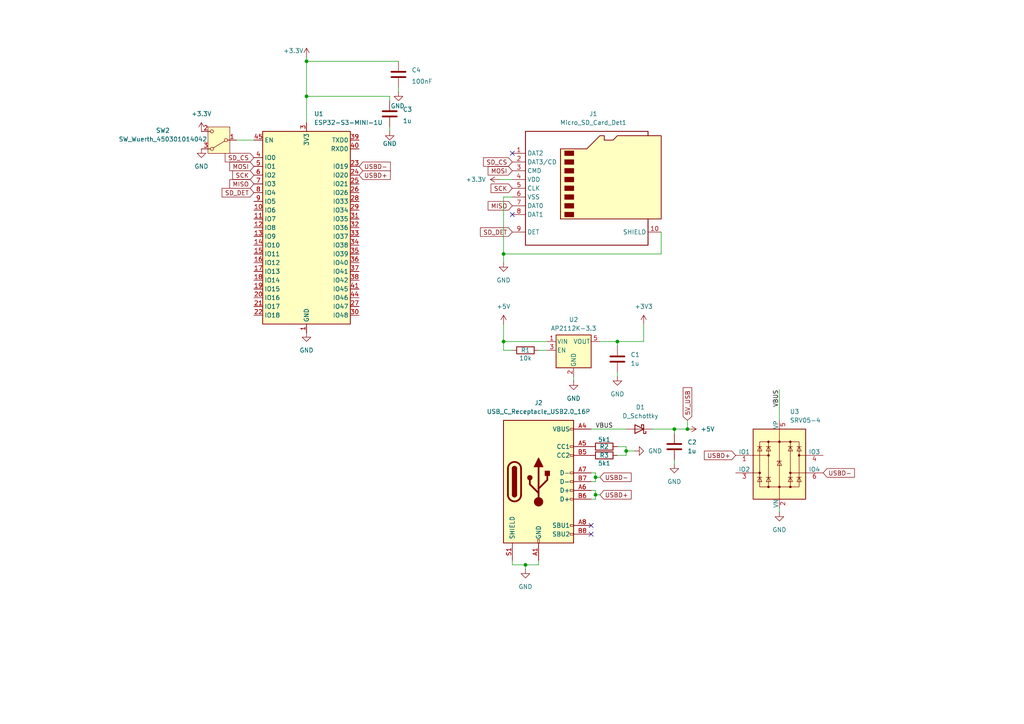
<source format=kicad_sch>
(kicad_sch
	(version 20231120)
	(generator "eeschema")
	(generator_version "8.0")
	(uuid "c0533309-8e26-437c-9072-c021aabf476e")
	(paper "A4")
	(lib_symbols
		(symbol "Connector:Micro_SD_Card_Det1"
			(exclude_from_sim no)
			(in_bom yes)
			(on_board yes)
			(property "Reference" "J"
				(at -16.51 17.78 0)
				(effects
					(font
						(size 1.27 1.27)
					)
				)
			)
			(property "Value" "Micro_SD_Card_Det1"
				(at 16.51 17.78 0)
				(effects
					(font
						(size 1.27 1.27)
					)
					(justify right)
				)
			)
			(property "Footprint" ""
				(at 52.07 17.78 0)
				(effects
					(font
						(size 1.27 1.27)
					)
					(hide yes)
				)
			)
			(property "Datasheet" "https://datasheet.lcsc.com/lcsc/2110151630_XKB-Connectivity-XKTF-015-N_C381082.pdf"
				(at 0 2.54 0)
				(effects
					(font
						(size 1.27 1.27)
					)
					(hide yes)
				)
			)
			(property "Description" "Micro SD Card Socket with one card detection pin"
				(at 0 0 0)
				(effects
					(font
						(size 1.27 1.27)
					)
					(hide yes)
				)
			)
			(property "ki_keywords" "connector SD microsd"
				(at 0 0 0)
				(effects
					(font
						(size 1.27 1.27)
					)
					(hide yes)
				)
			)
			(property "ki_fp_filters" "microSD*"
				(at 0 0 0)
				(effects
					(font
						(size 1.27 1.27)
					)
					(hide yes)
				)
			)
			(symbol "Micro_SD_Card_Det1_0_1"
				(rectangle
					(start -7.62 -6.985)
					(end -5.08 -8.255)
					(stroke
						(width 0.254)
						(type default)
					)
					(fill
						(type outline)
					)
				)
				(rectangle
					(start -7.62 -4.445)
					(end -5.08 -5.715)
					(stroke
						(width 0.254)
						(type default)
					)
					(fill
						(type outline)
					)
				)
				(rectangle
					(start -7.62 -1.905)
					(end -5.08 -3.175)
					(stroke
						(width 0.254)
						(type default)
					)
					(fill
						(type outline)
					)
				)
				(rectangle
					(start -7.62 0.635)
					(end -5.08 -0.635)
					(stroke
						(width 0.254)
						(type default)
					)
					(fill
						(type outline)
					)
				)
				(rectangle
					(start -7.62 3.175)
					(end -5.08 1.905)
					(stroke
						(width 0.254)
						(type default)
					)
					(fill
						(type outline)
					)
				)
				(rectangle
					(start -7.62 5.715)
					(end -5.08 4.445)
					(stroke
						(width 0.254)
						(type default)
					)
					(fill
						(type outline)
					)
				)
				(rectangle
					(start -7.62 8.255)
					(end -5.08 6.985)
					(stroke
						(width 0.254)
						(type default)
					)
					(fill
						(type outline)
					)
				)
				(rectangle
					(start -7.62 10.795)
					(end -5.08 9.525)
					(stroke
						(width 0.254)
						(type default)
					)
					(fill
						(type outline)
					)
				)
				(polyline
					(pts
						(xy 16.51 15.24) (xy 16.51 16.51) (xy -19.05 16.51) (xy -19.05 -16.51) (xy 16.51 -16.51) (xy 16.51 -8.89)
					)
					(stroke
						(width 0.254)
						(type default)
					)
					(fill
						(type none)
					)
				)
				(polyline
					(pts
						(xy -8.89 -8.89) (xy -8.89 11.43) (xy -1.27 11.43) (xy 2.54 15.24) (xy 3.81 15.24) (xy 3.81 13.97)
						(xy 6.35 13.97) (xy 7.62 15.24) (xy 20.32 15.24) (xy 20.32 -8.89) (xy -8.89 -8.89)
					)
					(stroke
						(width 0.254)
						(type default)
					)
					(fill
						(type background)
					)
				)
			)
			(symbol "Micro_SD_Card_Det1_1_1"
				(pin bidirectional line
					(at -22.86 10.16 0)
					(length 3.81)
					(name "DAT2"
						(effects
							(font
								(size 1.27 1.27)
							)
						)
					)
					(number "1"
						(effects
							(font
								(size 1.27 1.27)
							)
						)
					)
				)
				(pin passive line
					(at 20.32 -12.7 180)
					(length 3.81)
					(name "SHIELD"
						(effects
							(font
								(size 1.27 1.27)
							)
						)
					)
					(number "10"
						(effects
							(font
								(size 1.27 1.27)
							)
						)
					)
				)
				(pin bidirectional line
					(at -22.86 7.62 0)
					(length 3.81)
					(name "DAT3/CD"
						(effects
							(font
								(size 1.27 1.27)
							)
						)
					)
					(number "2"
						(effects
							(font
								(size 1.27 1.27)
							)
						)
					)
				)
				(pin input line
					(at -22.86 5.08 0)
					(length 3.81)
					(name "CMD"
						(effects
							(font
								(size 1.27 1.27)
							)
						)
					)
					(number "3"
						(effects
							(font
								(size 1.27 1.27)
							)
						)
					)
				)
				(pin power_in line
					(at -22.86 2.54 0)
					(length 3.81)
					(name "VDD"
						(effects
							(font
								(size 1.27 1.27)
							)
						)
					)
					(number "4"
						(effects
							(font
								(size 1.27 1.27)
							)
						)
					)
				)
				(pin input line
					(at -22.86 0 0)
					(length 3.81)
					(name "CLK"
						(effects
							(font
								(size 1.27 1.27)
							)
						)
					)
					(number "5"
						(effects
							(font
								(size 1.27 1.27)
							)
						)
					)
				)
				(pin power_in line
					(at -22.86 -2.54 0)
					(length 3.81)
					(name "VSS"
						(effects
							(font
								(size 1.27 1.27)
							)
						)
					)
					(number "6"
						(effects
							(font
								(size 1.27 1.27)
							)
						)
					)
				)
				(pin bidirectional line
					(at -22.86 -5.08 0)
					(length 3.81)
					(name "DAT0"
						(effects
							(font
								(size 1.27 1.27)
							)
						)
					)
					(number "7"
						(effects
							(font
								(size 1.27 1.27)
							)
						)
					)
				)
				(pin bidirectional line
					(at -22.86 -7.62 0)
					(length 3.81)
					(name "DAT1"
						(effects
							(font
								(size 1.27 1.27)
							)
						)
					)
					(number "8"
						(effects
							(font
								(size 1.27 1.27)
							)
						)
					)
				)
				(pin passive line
					(at -22.86 -12.7 0)
					(length 3.81)
					(name "DET"
						(effects
							(font
								(size 1.27 1.27)
							)
						)
					)
					(number "9"
						(effects
							(font
								(size 1.27 1.27)
							)
						)
					)
				)
			)
		)
		(symbol "Connector:USB_C_Receptacle_USB2.0_16P"
			(pin_names
				(offset 1.016)
			)
			(exclude_from_sim no)
			(in_bom yes)
			(on_board yes)
			(property "Reference" "J"
				(at 0 22.225 0)
				(effects
					(font
						(size 1.27 1.27)
					)
				)
			)
			(property "Value" "USB_C_Receptacle_USB2.0_16P"
				(at 0 19.685 0)
				(effects
					(font
						(size 1.27 1.27)
					)
				)
			)
			(property "Footprint" ""
				(at 3.81 0 0)
				(effects
					(font
						(size 1.27 1.27)
					)
					(hide yes)
				)
			)
			(property "Datasheet" "https://www.usb.org/sites/default/files/documents/usb_type-c.zip"
				(at 3.81 0 0)
				(effects
					(font
						(size 1.27 1.27)
					)
					(hide yes)
				)
			)
			(property "Description" "USB 2.0-only 16P Type-C Receptacle connector"
				(at 0 0 0)
				(effects
					(font
						(size 1.27 1.27)
					)
					(hide yes)
				)
			)
			(property "ki_keywords" "usb universal serial bus type-C USB2.0"
				(at 0 0 0)
				(effects
					(font
						(size 1.27 1.27)
					)
					(hide yes)
				)
			)
			(property "ki_fp_filters" "USB*C*Receptacle*"
				(at 0 0 0)
				(effects
					(font
						(size 1.27 1.27)
					)
					(hide yes)
				)
			)
			(symbol "USB_C_Receptacle_USB2.0_16P_0_0"
				(rectangle
					(start -0.254 -17.78)
					(end 0.254 -16.764)
					(stroke
						(width 0)
						(type default)
					)
					(fill
						(type none)
					)
				)
				(rectangle
					(start 10.16 -14.986)
					(end 9.144 -15.494)
					(stroke
						(width 0)
						(type default)
					)
					(fill
						(type none)
					)
				)
				(rectangle
					(start 10.16 -12.446)
					(end 9.144 -12.954)
					(stroke
						(width 0)
						(type default)
					)
					(fill
						(type none)
					)
				)
				(rectangle
					(start 10.16 -4.826)
					(end 9.144 -5.334)
					(stroke
						(width 0)
						(type default)
					)
					(fill
						(type none)
					)
				)
				(rectangle
					(start 10.16 -2.286)
					(end 9.144 -2.794)
					(stroke
						(width 0)
						(type default)
					)
					(fill
						(type none)
					)
				)
				(rectangle
					(start 10.16 0.254)
					(end 9.144 -0.254)
					(stroke
						(width 0)
						(type default)
					)
					(fill
						(type none)
					)
				)
				(rectangle
					(start 10.16 2.794)
					(end 9.144 2.286)
					(stroke
						(width 0)
						(type default)
					)
					(fill
						(type none)
					)
				)
				(rectangle
					(start 10.16 7.874)
					(end 9.144 7.366)
					(stroke
						(width 0)
						(type default)
					)
					(fill
						(type none)
					)
				)
				(rectangle
					(start 10.16 10.414)
					(end 9.144 9.906)
					(stroke
						(width 0)
						(type default)
					)
					(fill
						(type none)
					)
				)
				(rectangle
					(start 10.16 15.494)
					(end 9.144 14.986)
					(stroke
						(width 0)
						(type default)
					)
					(fill
						(type none)
					)
				)
			)
			(symbol "USB_C_Receptacle_USB2.0_16P_0_1"
				(rectangle
					(start -10.16 17.78)
					(end 10.16 -17.78)
					(stroke
						(width 0.254)
						(type default)
					)
					(fill
						(type background)
					)
				)
				(arc
					(start -8.89 -3.81)
					(mid -6.985 -5.7067)
					(end -5.08 -3.81)
					(stroke
						(width 0.508)
						(type default)
					)
					(fill
						(type none)
					)
				)
				(arc
					(start -7.62 -3.81)
					(mid -6.985 -4.4423)
					(end -6.35 -3.81)
					(stroke
						(width 0.254)
						(type default)
					)
					(fill
						(type none)
					)
				)
				(arc
					(start -7.62 -3.81)
					(mid -6.985 -4.4423)
					(end -6.35 -3.81)
					(stroke
						(width 0.254)
						(type default)
					)
					(fill
						(type outline)
					)
				)
				(rectangle
					(start -7.62 -3.81)
					(end -6.35 3.81)
					(stroke
						(width 0.254)
						(type default)
					)
					(fill
						(type outline)
					)
				)
				(arc
					(start -6.35 3.81)
					(mid -6.985 4.4423)
					(end -7.62 3.81)
					(stroke
						(width 0.254)
						(type default)
					)
					(fill
						(type none)
					)
				)
				(arc
					(start -6.35 3.81)
					(mid -6.985 4.4423)
					(end -7.62 3.81)
					(stroke
						(width 0.254)
						(type default)
					)
					(fill
						(type outline)
					)
				)
				(arc
					(start -5.08 3.81)
					(mid -6.985 5.7067)
					(end -8.89 3.81)
					(stroke
						(width 0.508)
						(type default)
					)
					(fill
						(type none)
					)
				)
				(circle
					(center -2.54 1.143)
					(radius 0.635)
					(stroke
						(width 0.254)
						(type default)
					)
					(fill
						(type outline)
					)
				)
				(circle
					(center 0 -5.842)
					(radius 1.27)
					(stroke
						(width 0)
						(type default)
					)
					(fill
						(type outline)
					)
				)
				(polyline
					(pts
						(xy -8.89 -3.81) (xy -8.89 3.81)
					)
					(stroke
						(width 0.508)
						(type default)
					)
					(fill
						(type none)
					)
				)
				(polyline
					(pts
						(xy -5.08 3.81) (xy -5.08 -3.81)
					)
					(stroke
						(width 0.508)
						(type default)
					)
					(fill
						(type none)
					)
				)
				(polyline
					(pts
						(xy 0 -5.842) (xy 0 4.318)
					)
					(stroke
						(width 0.508)
						(type default)
					)
					(fill
						(type none)
					)
				)
				(polyline
					(pts
						(xy 0 -3.302) (xy -2.54 -0.762) (xy -2.54 0.508)
					)
					(stroke
						(width 0.508)
						(type default)
					)
					(fill
						(type none)
					)
				)
				(polyline
					(pts
						(xy 0 -2.032) (xy 2.54 0.508) (xy 2.54 1.778)
					)
					(stroke
						(width 0.508)
						(type default)
					)
					(fill
						(type none)
					)
				)
				(polyline
					(pts
						(xy -1.27 4.318) (xy 0 6.858) (xy 1.27 4.318) (xy -1.27 4.318)
					)
					(stroke
						(width 0.254)
						(type default)
					)
					(fill
						(type outline)
					)
				)
				(rectangle
					(start 1.905 1.778)
					(end 3.175 3.048)
					(stroke
						(width 0.254)
						(type default)
					)
					(fill
						(type outline)
					)
				)
			)
			(symbol "USB_C_Receptacle_USB2.0_16P_1_1"
				(pin passive line
					(at 0 -22.86 90)
					(length 5.08)
					(name "GND"
						(effects
							(font
								(size 1.27 1.27)
							)
						)
					)
					(number "A1"
						(effects
							(font
								(size 1.27 1.27)
							)
						)
					)
				)
				(pin passive line
					(at 0 -22.86 90)
					(length 5.08) hide
					(name "GND"
						(effects
							(font
								(size 1.27 1.27)
							)
						)
					)
					(number "A12"
						(effects
							(font
								(size 1.27 1.27)
							)
						)
					)
				)
				(pin passive line
					(at 15.24 15.24 180)
					(length 5.08)
					(name "VBUS"
						(effects
							(font
								(size 1.27 1.27)
							)
						)
					)
					(number "A4"
						(effects
							(font
								(size 1.27 1.27)
							)
						)
					)
				)
				(pin bidirectional line
					(at 15.24 10.16 180)
					(length 5.08)
					(name "CC1"
						(effects
							(font
								(size 1.27 1.27)
							)
						)
					)
					(number "A5"
						(effects
							(font
								(size 1.27 1.27)
							)
						)
					)
				)
				(pin bidirectional line
					(at 15.24 -2.54 180)
					(length 5.08)
					(name "D+"
						(effects
							(font
								(size 1.27 1.27)
							)
						)
					)
					(number "A6"
						(effects
							(font
								(size 1.27 1.27)
							)
						)
					)
				)
				(pin bidirectional line
					(at 15.24 2.54 180)
					(length 5.08)
					(name "D-"
						(effects
							(font
								(size 1.27 1.27)
							)
						)
					)
					(number "A7"
						(effects
							(font
								(size 1.27 1.27)
							)
						)
					)
				)
				(pin bidirectional line
					(at 15.24 -12.7 180)
					(length 5.08)
					(name "SBU1"
						(effects
							(font
								(size 1.27 1.27)
							)
						)
					)
					(number "A8"
						(effects
							(font
								(size 1.27 1.27)
							)
						)
					)
				)
				(pin passive line
					(at 15.24 15.24 180)
					(length 5.08) hide
					(name "VBUS"
						(effects
							(font
								(size 1.27 1.27)
							)
						)
					)
					(number "A9"
						(effects
							(font
								(size 1.27 1.27)
							)
						)
					)
				)
				(pin passive line
					(at 0 -22.86 90)
					(length 5.08) hide
					(name "GND"
						(effects
							(font
								(size 1.27 1.27)
							)
						)
					)
					(number "B1"
						(effects
							(font
								(size 1.27 1.27)
							)
						)
					)
				)
				(pin passive line
					(at 0 -22.86 90)
					(length 5.08) hide
					(name "GND"
						(effects
							(font
								(size 1.27 1.27)
							)
						)
					)
					(number "B12"
						(effects
							(font
								(size 1.27 1.27)
							)
						)
					)
				)
				(pin passive line
					(at 15.24 15.24 180)
					(length 5.08) hide
					(name "VBUS"
						(effects
							(font
								(size 1.27 1.27)
							)
						)
					)
					(number "B4"
						(effects
							(font
								(size 1.27 1.27)
							)
						)
					)
				)
				(pin bidirectional line
					(at 15.24 7.62 180)
					(length 5.08)
					(name "CC2"
						(effects
							(font
								(size 1.27 1.27)
							)
						)
					)
					(number "B5"
						(effects
							(font
								(size 1.27 1.27)
							)
						)
					)
				)
				(pin bidirectional line
					(at 15.24 -5.08 180)
					(length 5.08)
					(name "D+"
						(effects
							(font
								(size 1.27 1.27)
							)
						)
					)
					(number "B6"
						(effects
							(font
								(size 1.27 1.27)
							)
						)
					)
				)
				(pin bidirectional line
					(at 15.24 0 180)
					(length 5.08)
					(name "D-"
						(effects
							(font
								(size 1.27 1.27)
							)
						)
					)
					(number "B7"
						(effects
							(font
								(size 1.27 1.27)
							)
						)
					)
				)
				(pin bidirectional line
					(at 15.24 -15.24 180)
					(length 5.08)
					(name "SBU2"
						(effects
							(font
								(size 1.27 1.27)
							)
						)
					)
					(number "B8"
						(effects
							(font
								(size 1.27 1.27)
							)
						)
					)
				)
				(pin passive line
					(at 15.24 15.24 180)
					(length 5.08) hide
					(name "VBUS"
						(effects
							(font
								(size 1.27 1.27)
							)
						)
					)
					(number "B9"
						(effects
							(font
								(size 1.27 1.27)
							)
						)
					)
				)
				(pin passive line
					(at -7.62 -22.86 90)
					(length 5.08)
					(name "SHIELD"
						(effects
							(font
								(size 1.27 1.27)
							)
						)
					)
					(number "S1"
						(effects
							(font
								(size 1.27 1.27)
							)
						)
					)
				)
			)
		)
		(symbol "Device:C"
			(pin_numbers hide)
			(pin_names
				(offset 0.254)
			)
			(exclude_from_sim no)
			(in_bom yes)
			(on_board yes)
			(property "Reference" "C"
				(at 0.635 2.54 0)
				(effects
					(font
						(size 1.27 1.27)
					)
					(justify left)
				)
			)
			(property "Value" "C"
				(at 0.635 -2.54 0)
				(effects
					(font
						(size 1.27 1.27)
					)
					(justify left)
				)
			)
			(property "Footprint" ""
				(at 0.9652 -3.81 0)
				(effects
					(font
						(size 1.27 1.27)
					)
					(hide yes)
				)
			)
			(property "Datasheet" "~"
				(at 0 0 0)
				(effects
					(font
						(size 1.27 1.27)
					)
					(hide yes)
				)
			)
			(property "Description" "Unpolarized capacitor"
				(at 0 0 0)
				(effects
					(font
						(size 1.27 1.27)
					)
					(hide yes)
				)
			)
			(property "ki_keywords" "cap capacitor"
				(at 0 0 0)
				(effects
					(font
						(size 1.27 1.27)
					)
					(hide yes)
				)
			)
			(property "ki_fp_filters" "C_*"
				(at 0 0 0)
				(effects
					(font
						(size 1.27 1.27)
					)
					(hide yes)
				)
			)
			(symbol "C_0_1"
				(polyline
					(pts
						(xy -2.032 -0.762) (xy 2.032 -0.762)
					)
					(stroke
						(width 0.508)
						(type default)
					)
					(fill
						(type none)
					)
				)
				(polyline
					(pts
						(xy -2.032 0.762) (xy 2.032 0.762)
					)
					(stroke
						(width 0.508)
						(type default)
					)
					(fill
						(type none)
					)
				)
			)
			(symbol "C_1_1"
				(pin passive line
					(at 0 3.81 270)
					(length 2.794)
					(name "~"
						(effects
							(font
								(size 1.27 1.27)
							)
						)
					)
					(number "1"
						(effects
							(font
								(size 1.27 1.27)
							)
						)
					)
				)
				(pin passive line
					(at 0 -3.81 90)
					(length 2.794)
					(name "~"
						(effects
							(font
								(size 1.27 1.27)
							)
						)
					)
					(number "2"
						(effects
							(font
								(size 1.27 1.27)
							)
						)
					)
				)
			)
		)
		(symbol "Device:D_Schottky"
			(pin_numbers hide)
			(pin_names
				(offset 1.016) hide)
			(exclude_from_sim no)
			(in_bom yes)
			(on_board yes)
			(property "Reference" "D"
				(at 0 2.54 0)
				(effects
					(font
						(size 1.27 1.27)
					)
				)
			)
			(property "Value" "D_Schottky"
				(at 0 -2.54 0)
				(effects
					(font
						(size 1.27 1.27)
					)
				)
			)
			(property "Footprint" ""
				(at 0 0 0)
				(effects
					(font
						(size 1.27 1.27)
					)
					(hide yes)
				)
			)
			(property "Datasheet" "~"
				(at 0 0 0)
				(effects
					(font
						(size 1.27 1.27)
					)
					(hide yes)
				)
			)
			(property "Description" "Schottky diode"
				(at 0 0 0)
				(effects
					(font
						(size 1.27 1.27)
					)
					(hide yes)
				)
			)
			(property "ki_keywords" "diode Schottky"
				(at 0 0 0)
				(effects
					(font
						(size 1.27 1.27)
					)
					(hide yes)
				)
			)
			(property "ki_fp_filters" "TO-???* *_Diode_* *SingleDiode* D_*"
				(at 0 0 0)
				(effects
					(font
						(size 1.27 1.27)
					)
					(hide yes)
				)
			)
			(symbol "D_Schottky_0_1"
				(polyline
					(pts
						(xy 1.27 0) (xy -1.27 0)
					)
					(stroke
						(width 0)
						(type default)
					)
					(fill
						(type none)
					)
				)
				(polyline
					(pts
						(xy 1.27 1.27) (xy 1.27 -1.27) (xy -1.27 0) (xy 1.27 1.27)
					)
					(stroke
						(width 0.254)
						(type default)
					)
					(fill
						(type none)
					)
				)
				(polyline
					(pts
						(xy -1.905 0.635) (xy -1.905 1.27) (xy -1.27 1.27) (xy -1.27 -1.27) (xy -0.635 -1.27) (xy -0.635 -0.635)
					)
					(stroke
						(width 0.254)
						(type default)
					)
					(fill
						(type none)
					)
				)
			)
			(symbol "D_Schottky_1_1"
				(pin passive line
					(at -3.81 0 0)
					(length 2.54)
					(name "K"
						(effects
							(font
								(size 1.27 1.27)
							)
						)
					)
					(number "1"
						(effects
							(font
								(size 1.27 1.27)
							)
						)
					)
				)
				(pin passive line
					(at 3.81 0 180)
					(length 2.54)
					(name "A"
						(effects
							(font
								(size 1.27 1.27)
							)
						)
					)
					(number "2"
						(effects
							(font
								(size 1.27 1.27)
							)
						)
					)
				)
			)
		)
		(symbol "Device:R"
			(pin_numbers hide)
			(pin_names
				(offset 0)
			)
			(exclude_from_sim no)
			(in_bom yes)
			(on_board yes)
			(property "Reference" "R"
				(at 2.032 0 90)
				(effects
					(font
						(size 1.27 1.27)
					)
				)
			)
			(property "Value" "R"
				(at 0 0 90)
				(effects
					(font
						(size 1.27 1.27)
					)
				)
			)
			(property "Footprint" ""
				(at -1.778 0 90)
				(effects
					(font
						(size 1.27 1.27)
					)
					(hide yes)
				)
			)
			(property "Datasheet" "~"
				(at 0 0 0)
				(effects
					(font
						(size 1.27 1.27)
					)
					(hide yes)
				)
			)
			(property "Description" "Resistor"
				(at 0 0 0)
				(effects
					(font
						(size 1.27 1.27)
					)
					(hide yes)
				)
			)
			(property "ki_keywords" "R res resistor"
				(at 0 0 0)
				(effects
					(font
						(size 1.27 1.27)
					)
					(hide yes)
				)
			)
			(property "ki_fp_filters" "R_*"
				(at 0 0 0)
				(effects
					(font
						(size 1.27 1.27)
					)
					(hide yes)
				)
			)
			(symbol "R_0_1"
				(rectangle
					(start -1.016 -2.54)
					(end 1.016 2.54)
					(stroke
						(width 0.254)
						(type default)
					)
					(fill
						(type none)
					)
				)
			)
			(symbol "R_1_1"
				(pin passive line
					(at 0 3.81 270)
					(length 1.27)
					(name "~"
						(effects
							(font
								(size 1.27 1.27)
							)
						)
					)
					(number "1"
						(effects
							(font
								(size 1.27 1.27)
							)
						)
					)
				)
				(pin passive line
					(at 0 -3.81 90)
					(length 1.27)
					(name "~"
						(effects
							(font
								(size 1.27 1.27)
							)
						)
					)
					(number "2"
						(effects
							(font
								(size 1.27 1.27)
							)
						)
					)
				)
			)
		)
		(symbol "Power_Protection:SRV05-4"
			(pin_names
				(offset 0)
			)
			(exclude_from_sim no)
			(in_bom yes)
			(on_board yes)
			(property "Reference" "U"
				(at -5.08 11.43 0)
				(effects
					(font
						(size 1.27 1.27)
					)
					(justify right)
				)
			)
			(property "Value" "SRV05-4"
				(at 2.54 11.43 0)
				(effects
					(font
						(size 1.27 1.27)
					)
					(justify left)
				)
			)
			(property "Footprint" "Package_TO_SOT_SMD:SOT-23-6"
				(at 17.78 -11.43 0)
				(effects
					(font
						(size 1.27 1.27)
					)
					(hide yes)
				)
			)
			(property "Datasheet" "http://www.onsemi.com/pub/Collateral/SRV05-4-D.PDF"
				(at 0 0 0)
				(effects
					(font
						(size 1.27 1.27)
					)
					(hide yes)
				)
			)
			(property "Description" "ESD Protection Diodes with Low Clamping Voltage, SOT-23-6"
				(at 0 0 0)
				(effects
					(font
						(size 1.27 1.27)
					)
					(hide yes)
				)
			)
			(property "ki_keywords" "ESD protection diodes"
				(at 0 0 0)
				(effects
					(font
						(size 1.27 1.27)
					)
					(hide yes)
				)
			)
			(property "ki_fp_filters" "SOT?23*"
				(at 0 0 0)
				(effects
					(font
						(size 1.27 1.27)
					)
					(hide yes)
				)
			)
			(symbol "SRV05-4_0_0"
				(rectangle
					(start -5.715 6.477)
					(end 5.715 -6.604)
					(stroke
						(width 0)
						(type default)
					)
					(fill
						(type none)
					)
				)
				(polyline
					(pts
						(xy -3.175 -6.604) (xy -3.175 6.477)
					)
					(stroke
						(width 0)
						(type default)
					)
					(fill
						(type none)
					)
				)
				(polyline
					(pts
						(xy 3.175 6.477) (xy 3.175 -6.604)
					)
					(stroke
						(width 0)
						(type default)
					)
					(fill
						(type none)
					)
				)
			)
			(symbol "SRV05-4_0_1"
				(rectangle
					(start -7.62 10.16)
					(end 7.62 -10.16)
					(stroke
						(width 0.254)
						(type default)
					)
					(fill
						(type background)
					)
				)
				(circle
					(center -5.715 -2.54)
					(radius 0.2794)
					(stroke
						(width 0)
						(type default)
					)
					(fill
						(type outline)
					)
				)
				(circle
					(center -3.175 -6.604)
					(radius 0.2794)
					(stroke
						(width 0)
						(type default)
					)
					(fill
						(type outline)
					)
				)
				(circle
					(center -3.175 2.54)
					(radius 0.2794)
					(stroke
						(width 0)
						(type default)
					)
					(fill
						(type outline)
					)
				)
				(circle
					(center -3.175 6.477)
					(radius 0.2794)
					(stroke
						(width 0)
						(type default)
					)
					(fill
						(type outline)
					)
				)
				(circle
					(center 0 -6.604)
					(radius 0.2794)
					(stroke
						(width 0)
						(type default)
					)
					(fill
						(type outline)
					)
				)
				(polyline
					(pts
						(xy -7.747 2.54) (xy -3.175 2.54)
					)
					(stroke
						(width 0)
						(type default)
					)
					(fill
						(type none)
					)
				)
				(polyline
					(pts
						(xy -7.62 -2.54) (xy -5.715 -2.54)
					)
					(stroke
						(width 0)
						(type default)
					)
					(fill
						(type none)
					)
				)
				(polyline
					(pts
						(xy -5.08 -3.81) (xy -6.35 -3.81)
					)
					(stroke
						(width 0)
						(type default)
					)
					(fill
						(type none)
					)
				)
				(polyline
					(pts
						(xy -5.08 5.08) (xy -6.35 5.08)
					)
					(stroke
						(width 0)
						(type default)
					)
					(fill
						(type none)
					)
				)
				(polyline
					(pts
						(xy -2.54 -3.81) (xy -3.81 -3.81)
					)
					(stroke
						(width 0)
						(type default)
					)
					(fill
						(type none)
					)
				)
				(polyline
					(pts
						(xy -2.54 5.08) (xy -3.81 5.08)
					)
					(stroke
						(width 0)
						(type default)
					)
					(fill
						(type none)
					)
				)
				(polyline
					(pts
						(xy 0 10.16) (xy 0 -10.16)
					)
					(stroke
						(width 0)
						(type default)
					)
					(fill
						(type none)
					)
				)
				(polyline
					(pts
						(xy 3.81 -3.81) (xy 2.54 -3.81)
					)
					(stroke
						(width 0)
						(type default)
					)
					(fill
						(type none)
					)
				)
				(polyline
					(pts
						(xy 3.81 5.08) (xy 2.54 5.08)
					)
					(stroke
						(width 0)
						(type default)
					)
					(fill
						(type none)
					)
				)
				(polyline
					(pts
						(xy 6.35 -3.81) (xy 5.08 -3.81)
					)
					(stroke
						(width 0)
						(type default)
					)
					(fill
						(type none)
					)
				)
				(polyline
					(pts
						(xy 6.35 5.08) (xy 5.08 5.08)
					)
					(stroke
						(width 0)
						(type default)
					)
					(fill
						(type none)
					)
				)
				(polyline
					(pts
						(xy 7.62 -2.54) (xy 3.175 -2.54)
					)
					(stroke
						(width 0)
						(type default)
					)
					(fill
						(type none)
					)
				)
				(polyline
					(pts
						(xy 7.62 2.54) (xy 5.715 2.54)
					)
					(stroke
						(width 0)
						(type default)
					)
					(fill
						(type none)
					)
				)
				(polyline
					(pts
						(xy 0.635 0.889) (xy -0.635 0.889) (xy -0.635 0.635)
					)
					(stroke
						(width 0)
						(type default)
					)
					(fill
						(type none)
					)
				)
				(polyline
					(pts
						(xy -5.08 -5.08) (xy -6.35 -5.08) (xy -5.715 -3.81) (xy -5.08 -5.08)
					)
					(stroke
						(width 0)
						(type default)
					)
					(fill
						(type none)
					)
				)
				(polyline
					(pts
						(xy -5.08 3.81) (xy -6.35 3.81) (xy -5.715 5.08) (xy -5.08 3.81)
					)
					(stroke
						(width 0)
						(type default)
					)
					(fill
						(type none)
					)
				)
				(polyline
					(pts
						(xy -2.54 -5.08) (xy -3.81 -5.08) (xy -3.175 -3.81) (xy -2.54 -5.08)
					)
					(stroke
						(width 0)
						(type default)
					)
					(fill
						(type none)
					)
				)
				(polyline
					(pts
						(xy -2.54 3.81) (xy -3.81 3.81) (xy -3.175 5.08) (xy -2.54 3.81)
					)
					(stroke
						(width 0)
						(type default)
					)
					(fill
						(type none)
					)
				)
				(polyline
					(pts
						(xy 0.635 -0.381) (xy -0.635 -0.381) (xy 0 0.889) (xy 0.635 -0.381)
					)
					(stroke
						(width 0)
						(type default)
					)
					(fill
						(type none)
					)
				)
				(polyline
					(pts
						(xy 3.81 -5.08) (xy 2.54 -5.08) (xy 3.175 -3.81) (xy 3.81 -5.08)
					)
					(stroke
						(width 0)
						(type default)
					)
					(fill
						(type none)
					)
				)
				(polyline
					(pts
						(xy 3.81 3.81) (xy 2.54 3.81) (xy 3.175 5.08) (xy 3.81 3.81)
					)
					(stroke
						(width 0)
						(type default)
					)
					(fill
						(type none)
					)
				)
				(polyline
					(pts
						(xy 6.35 -5.08) (xy 5.08 -5.08) (xy 5.715 -3.81) (xy 6.35 -5.08)
					)
					(stroke
						(width 0)
						(type default)
					)
					(fill
						(type none)
					)
				)
				(polyline
					(pts
						(xy 6.35 3.81) (xy 5.08 3.81) (xy 5.715 5.08) (xy 6.35 3.81)
					)
					(stroke
						(width 0)
						(type default)
					)
					(fill
						(type none)
					)
				)
				(circle
					(center 0 6.477)
					(radius 0.2794)
					(stroke
						(width 0)
						(type default)
					)
					(fill
						(type outline)
					)
				)
				(circle
					(center 3.175 -6.604)
					(radius 0.2794)
					(stroke
						(width 0)
						(type default)
					)
					(fill
						(type outline)
					)
				)
				(circle
					(center 3.175 -2.54)
					(radius 0.2794)
					(stroke
						(width 0)
						(type default)
					)
					(fill
						(type outline)
					)
				)
				(circle
					(center 3.175 6.477)
					(radius 0.2794)
					(stroke
						(width 0)
						(type default)
					)
					(fill
						(type outline)
					)
				)
				(circle
					(center 5.715 2.54)
					(radius 0.2794)
					(stroke
						(width 0)
						(type default)
					)
					(fill
						(type outline)
					)
				)
			)
			(symbol "SRV05-4_1_1"
				(pin passive line
					(at -12.7 2.54 0)
					(length 5.08)
					(name "IO1"
						(effects
							(font
								(size 1.27 1.27)
							)
						)
					)
					(number "1"
						(effects
							(font
								(size 1.27 1.27)
							)
						)
					)
				)
				(pin passive line
					(at 0 -12.7 90)
					(length 2.54)
					(name "VN"
						(effects
							(font
								(size 1.27 1.27)
							)
						)
					)
					(number "2"
						(effects
							(font
								(size 1.27 1.27)
							)
						)
					)
				)
				(pin passive line
					(at -12.7 -2.54 0)
					(length 5.08)
					(name "IO2"
						(effects
							(font
								(size 1.27 1.27)
							)
						)
					)
					(number "3"
						(effects
							(font
								(size 1.27 1.27)
							)
						)
					)
				)
				(pin passive line
					(at 12.7 2.54 180)
					(length 5.08)
					(name "IO3"
						(effects
							(font
								(size 1.27 1.27)
							)
						)
					)
					(number "4"
						(effects
							(font
								(size 1.27 1.27)
							)
						)
					)
				)
				(pin passive line
					(at 0 12.7 270)
					(length 2.54)
					(name "VP"
						(effects
							(font
								(size 1.27 1.27)
							)
						)
					)
					(number "5"
						(effects
							(font
								(size 1.27 1.27)
							)
						)
					)
				)
				(pin passive line
					(at 12.7 -2.54 180)
					(length 5.08)
					(name "IO4"
						(effects
							(font
								(size 1.27 1.27)
							)
						)
					)
					(number "6"
						(effects
							(font
								(size 1.27 1.27)
							)
						)
					)
				)
			)
		)
		(symbol "RF_Module:ESP32-S3-MINI-1U"
			(exclude_from_sim no)
			(in_bom yes)
			(on_board yes)
			(property "Reference" "U"
				(at -11.43 29.21 0)
				(effects
					(font
						(size 1.27 1.27)
					)
				)
			)
			(property "Value" "ESP32-S3-MINI-1U"
				(at 12.7 29.21 0)
				(effects
					(font
						(size 1.27 1.27)
					)
				)
			)
			(property "Footprint" "RF_Module:ESP32-S2-MINI-1U"
				(at 16.51 -29.21 0)
				(effects
					(font
						(size 1.27 1.27)
					)
					(hide yes)
				)
			)
			(property "Datasheet" "https://www.espressif.com/sites/default/files/documentation/esp32-s3-mini-1_mini-1u_datasheet_en.pdf"
				(at 0 40.64 0)
				(effects
					(font
						(size 1.27 1.27)
					)
					(hide yes)
				)
			)
			(property "Description" "RF Module, ESP32-S3 SoC, Wi-Fi 802.11b/g/n, Bluetooth, BLE, 32-bit, 3.3V, SMD, external antenna"
				(at 0 43.18 0)
				(effects
					(font
						(size 1.27 1.27)
					)
					(hide yes)
				)
			)
			(property "ki_keywords" "RF Radio BT ESP ESP32-S3 Espressif"
				(at 0 0 0)
				(effects
					(font
						(size 1.27 1.27)
					)
					(hide yes)
				)
			)
			(property "ki_fp_filters" "ESP32?S*MINI?1U"
				(at 0 0 0)
				(effects
					(font
						(size 1.27 1.27)
					)
					(hide yes)
				)
			)
			(symbol "ESP32-S3-MINI-1U_0_1"
				(rectangle
					(start -12.7 27.94)
					(end 12.7 -27.94)
					(stroke
						(width 0.254)
						(type default)
					)
					(fill
						(type background)
					)
				)
			)
			(symbol "ESP32-S3-MINI-1U_1_1"
				(pin power_in line
					(at 0 -30.48 90)
					(length 2.54)
					(name "GND"
						(effects
							(font
								(size 1.27 1.27)
							)
						)
					)
					(number "1"
						(effects
							(font
								(size 1.27 1.27)
							)
						)
					)
				)
				(pin bidirectional line
					(at -15.24 5.08 0)
					(length 2.54)
					(name "IO6"
						(effects
							(font
								(size 1.27 1.27)
							)
						)
					)
					(number "10"
						(effects
							(font
								(size 1.27 1.27)
							)
						)
					)
				)
				(pin bidirectional line
					(at -15.24 2.54 0)
					(length 2.54)
					(name "IO7"
						(effects
							(font
								(size 1.27 1.27)
							)
						)
					)
					(number "11"
						(effects
							(font
								(size 1.27 1.27)
							)
						)
					)
				)
				(pin bidirectional line
					(at -15.24 0 0)
					(length 2.54)
					(name "IO8"
						(effects
							(font
								(size 1.27 1.27)
							)
						)
					)
					(number "12"
						(effects
							(font
								(size 1.27 1.27)
							)
						)
					)
				)
				(pin bidirectional line
					(at -15.24 -2.54 0)
					(length 2.54)
					(name "IO9"
						(effects
							(font
								(size 1.27 1.27)
							)
						)
					)
					(number "13"
						(effects
							(font
								(size 1.27 1.27)
							)
						)
					)
				)
				(pin bidirectional line
					(at -15.24 -5.08 0)
					(length 2.54)
					(name "IO10"
						(effects
							(font
								(size 1.27 1.27)
							)
						)
					)
					(number "14"
						(effects
							(font
								(size 1.27 1.27)
							)
						)
					)
				)
				(pin bidirectional line
					(at -15.24 -7.62 0)
					(length 2.54)
					(name "IO11"
						(effects
							(font
								(size 1.27 1.27)
							)
						)
					)
					(number "15"
						(effects
							(font
								(size 1.27 1.27)
							)
						)
					)
				)
				(pin bidirectional line
					(at -15.24 -10.16 0)
					(length 2.54)
					(name "IO12"
						(effects
							(font
								(size 1.27 1.27)
							)
						)
					)
					(number "16"
						(effects
							(font
								(size 1.27 1.27)
							)
						)
					)
				)
				(pin bidirectional line
					(at -15.24 -12.7 0)
					(length 2.54)
					(name "IO13"
						(effects
							(font
								(size 1.27 1.27)
							)
						)
					)
					(number "17"
						(effects
							(font
								(size 1.27 1.27)
							)
						)
					)
				)
				(pin bidirectional line
					(at -15.24 -15.24 0)
					(length 2.54)
					(name "IO14"
						(effects
							(font
								(size 1.27 1.27)
							)
						)
					)
					(number "18"
						(effects
							(font
								(size 1.27 1.27)
							)
						)
					)
				)
				(pin bidirectional line
					(at -15.24 -17.78 0)
					(length 2.54)
					(name "IO15"
						(effects
							(font
								(size 1.27 1.27)
							)
						)
					)
					(number "19"
						(effects
							(font
								(size 1.27 1.27)
							)
						)
					)
				)
				(pin passive line
					(at 0 -30.48 90)
					(length 2.54) hide
					(name "GND"
						(effects
							(font
								(size 1.27 1.27)
							)
						)
					)
					(number "2"
						(effects
							(font
								(size 1.27 1.27)
							)
						)
					)
				)
				(pin bidirectional line
					(at -15.24 -20.32 0)
					(length 2.54)
					(name "IO16"
						(effects
							(font
								(size 1.27 1.27)
							)
						)
					)
					(number "20"
						(effects
							(font
								(size 1.27 1.27)
							)
						)
					)
				)
				(pin bidirectional line
					(at -15.24 -22.86 0)
					(length 2.54)
					(name "IO17"
						(effects
							(font
								(size 1.27 1.27)
							)
						)
					)
					(number "21"
						(effects
							(font
								(size 1.27 1.27)
							)
						)
					)
				)
				(pin bidirectional line
					(at -15.24 -25.4 0)
					(length 2.54)
					(name "IO18"
						(effects
							(font
								(size 1.27 1.27)
							)
						)
					)
					(number "22"
						(effects
							(font
								(size 1.27 1.27)
							)
						)
					)
				)
				(pin bidirectional line
					(at 15.24 17.78 180)
					(length 2.54)
					(name "IO19"
						(effects
							(font
								(size 1.27 1.27)
							)
						)
					)
					(number "23"
						(effects
							(font
								(size 1.27 1.27)
							)
						)
					)
				)
				(pin bidirectional line
					(at 15.24 15.24 180)
					(length 2.54)
					(name "IO20"
						(effects
							(font
								(size 1.27 1.27)
							)
						)
					)
					(number "24"
						(effects
							(font
								(size 1.27 1.27)
							)
						)
					)
				)
				(pin bidirectional line
					(at 15.24 12.7 180)
					(length 2.54)
					(name "IO21"
						(effects
							(font
								(size 1.27 1.27)
							)
						)
					)
					(number "25"
						(effects
							(font
								(size 1.27 1.27)
							)
						)
					)
				)
				(pin bidirectional line
					(at 15.24 10.16 180)
					(length 2.54)
					(name "IO26"
						(effects
							(font
								(size 1.27 1.27)
							)
						)
					)
					(number "26"
						(effects
							(font
								(size 1.27 1.27)
							)
						)
					)
				)
				(pin bidirectional line
					(at 15.24 -22.86 180)
					(length 2.54)
					(name "IO47"
						(effects
							(font
								(size 1.27 1.27)
							)
						)
					)
					(number "27"
						(effects
							(font
								(size 1.27 1.27)
							)
						)
					)
				)
				(pin bidirectional line
					(at 15.24 7.62 180)
					(length 2.54)
					(name "IO33"
						(effects
							(font
								(size 1.27 1.27)
							)
						)
					)
					(number "28"
						(effects
							(font
								(size 1.27 1.27)
							)
						)
					)
				)
				(pin bidirectional line
					(at 15.24 5.08 180)
					(length 2.54)
					(name "IO34"
						(effects
							(font
								(size 1.27 1.27)
							)
						)
					)
					(number "29"
						(effects
							(font
								(size 1.27 1.27)
							)
						)
					)
				)
				(pin power_in line
					(at 0 30.48 270)
					(length 2.54)
					(name "3V3"
						(effects
							(font
								(size 1.27 1.27)
							)
						)
					)
					(number "3"
						(effects
							(font
								(size 1.27 1.27)
							)
						)
					)
				)
				(pin bidirectional line
					(at 15.24 -25.4 180)
					(length 2.54)
					(name "IO48"
						(effects
							(font
								(size 1.27 1.27)
							)
						)
					)
					(number "30"
						(effects
							(font
								(size 1.27 1.27)
							)
						)
					)
				)
				(pin bidirectional line
					(at 15.24 2.54 180)
					(length 2.54)
					(name "IO35"
						(effects
							(font
								(size 1.27 1.27)
							)
						)
					)
					(number "31"
						(effects
							(font
								(size 1.27 1.27)
							)
						)
					)
				)
				(pin bidirectional line
					(at 15.24 0 180)
					(length 2.54)
					(name "IO36"
						(effects
							(font
								(size 1.27 1.27)
							)
						)
					)
					(number "32"
						(effects
							(font
								(size 1.27 1.27)
							)
						)
					)
				)
				(pin bidirectional line
					(at 15.24 -2.54 180)
					(length 2.54)
					(name "IO37"
						(effects
							(font
								(size 1.27 1.27)
							)
						)
					)
					(number "33"
						(effects
							(font
								(size 1.27 1.27)
							)
						)
					)
				)
				(pin bidirectional line
					(at 15.24 -5.08 180)
					(length 2.54)
					(name "IO38"
						(effects
							(font
								(size 1.27 1.27)
							)
						)
					)
					(number "34"
						(effects
							(font
								(size 1.27 1.27)
							)
						)
					)
				)
				(pin bidirectional line
					(at 15.24 -7.62 180)
					(length 2.54)
					(name "IO39"
						(effects
							(font
								(size 1.27 1.27)
							)
						)
					)
					(number "35"
						(effects
							(font
								(size 1.27 1.27)
							)
						)
					)
				)
				(pin bidirectional line
					(at 15.24 -10.16 180)
					(length 2.54)
					(name "IO40"
						(effects
							(font
								(size 1.27 1.27)
							)
						)
					)
					(number "36"
						(effects
							(font
								(size 1.27 1.27)
							)
						)
					)
				)
				(pin bidirectional line
					(at 15.24 -12.7 180)
					(length 2.54)
					(name "IO41"
						(effects
							(font
								(size 1.27 1.27)
							)
						)
					)
					(number "37"
						(effects
							(font
								(size 1.27 1.27)
							)
						)
					)
				)
				(pin bidirectional line
					(at 15.24 -15.24 180)
					(length 2.54)
					(name "IO42"
						(effects
							(font
								(size 1.27 1.27)
							)
						)
					)
					(number "38"
						(effects
							(font
								(size 1.27 1.27)
							)
						)
					)
				)
				(pin bidirectional line
					(at 15.24 25.4 180)
					(length 2.54)
					(name "TXD0"
						(effects
							(font
								(size 1.27 1.27)
							)
						)
					)
					(number "39"
						(effects
							(font
								(size 1.27 1.27)
							)
						)
					)
				)
				(pin bidirectional line
					(at -15.24 20.32 0)
					(length 2.54)
					(name "IO0"
						(effects
							(font
								(size 1.27 1.27)
							)
						)
					)
					(number "4"
						(effects
							(font
								(size 1.27 1.27)
							)
						)
					)
				)
				(pin bidirectional line
					(at 15.24 22.86 180)
					(length 2.54)
					(name "RXD0"
						(effects
							(font
								(size 1.27 1.27)
							)
						)
					)
					(number "40"
						(effects
							(font
								(size 1.27 1.27)
							)
						)
					)
				)
				(pin bidirectional line
					(at 15.24 -17.78 180)
					(length 2.54)
					(name "IO45"
						(effects
							(font
								(size 1.27 1.27)
							)
						)
					)
					(number "41"
						(effects
							(font
								(size 1.27 1.27)
							)
						)
					)
				)
				(pin passive line
					(at 0 -30.48 90)
					(length 2.54) hide
					(name "GND"
						(effects
							(font
								(size 1.27 1.27)
							)
						)
					)
					(number "42"
						(effects
							(font
								(size 1.27 1.27)
							)
						)
					)
				)
				(pin passive line
					(at 0 -30.48 90)
					(length 2.54) hide
					(name "GND"
						(effects
							(font
								(size 1.27 1.27)
							)
						)
					)
					(number "43"
						(effects
							(font
								(size 1.27 1.27)
							)
						)
					)
				)
				(pin bidirectional line
					(at 15.24 -20.32 180)
					(length 2.54)
					(name "IO46"
						(effects
							(font
								(size 1.27 1.27)
							)
						)
					)
					(number "44"
						(effects
							(font
								(size 1.27 1.27)
							)
						)
					)
				)
				(pin input line
					(at -15.24 25.4 0)
					(length 2.54)
					(name "EN"
						(effects
							(font
								(size 1.27 1.27)
							)
						)
					)
					(number "45"
						(effects
							(font
								(size 1.27 1.27)
							)
						)
					)
				)
				(pin passive line
					(at 0 -30.48 90)
					(length 2.54) hide
					(name "GND"
						(effects
							(font
								(size 1.27 1.27)
							)
						)
					)
					(number "46"
						(effects
							(font
								(size 1.27 1.27)
							)
						)
					)
				)
				(pin passive line
					(at 0 -30.48 90)
					(length 2.54) hide
					(name "GND"
						(effects
							(font
								(size 1.27 1.27)
							)
						)
					)
					(number "47"
						(effects
							(font
								(size 1.27 1.27)
							)
						)
					)
				)
				(pin passive line
					(at 0 -30.48 90)
					(length 2.54) hide
					(name "GND"
						(effects
							(font
								(size 1.27 1.27)
							)
						)
					)
					(number "48"
						(effects
							(font
								(size 1.27 1.27)
							)
						)
					)
				)
				(pin passive line
					(at 0 -30.48 90)
					(length 2.54) hide
					(name "GND"
						(effects
							(font
								(size 1.27 1.27)
							)
						)
					)
					(number "49"
						(effects
							(font
								(size 1.27 1.27)
							)
						)
					)
				)
				(pin bidirectional line
					(at -15.24 17.78 0)
					(length 2.54)
					(name "IO1"
						(effects
							(font
								(size 1.27 1.27)
							)
						)
					)
					(number "5"
						(effects
							(font
								(size 1.27 1.27)
							)
						)
					)
				)
				(pin passive line
					(at 0 -30.48 90)
					(length 2.54) hide
					(name "GND"
						(effects
							(font
								(size 1.27 1.27)
							)
						)
					)
					(number "50"
						(effects
							(font
								(size 1.27 1.27)
							)
						)
					)
				)
				(pin passive line
					(at 0 -30.48 90)
					(length 2.54) hide
					(name "GND"
						(effects
							(font
								(size 1.27 1.27)
							)
						)
					)
					(number "51"
						(effects
							(font
								(size 1.27 1.27)
							)
						)
					)
				)
				(pin passive line
					(at 0 -30.48 90)
					(length 2.54) hide
					(name "GND"
						(effects
							(font
								(size 1.27 1.27)
							)
						)
					)
					(number "52"
						(effects
							(font
								(size 1.27 1.27)
							)
						)
					)
				)
				(pin passive line
					(at 0 -30.48 90)
					(length 2.54) hide
					(name "GND"
						(effects
							(font
								(size 1.27 1.27)
							)
						)
					)
					(number "53"
						(effects
							(font
								(size 1.27 1.27)
							)
						)
					)
				)
				(pin passive line
					(at 0 -30.48 90)
					(length 2.54) hide
					(name "GND"
						(effects
							(font
								(size 1.27 1.27)
							)
						)
					)
					(number "54"
						(effects
							(font
								(size 1.27 1.27)
							)
						)
					)
				)
				(pin passive line
					(at 0 -30.48 90)
					(length 2.54) hide
					(name "GND"
						(effects
							(font
								(size 1.27 1.27)
							)
						)
					)
					(number "55"
						(effects
							(font
								(size 1.27 1.27)
							)
						)
					)
				)
				(pin passive line
					(at 0 -30.48 90)
					(length 2.54) hide
					(name "GND"
						(effects
							(font
								(size 1.27 1.27)
							)
						)
					)
					(number "56"
						(effects
							(font
								(size 1.27 1.27)
							)
						)
					)
				)
				(pin passive line
					(at 0 -30.48 90)
					(length 2.54) hide
					(name "GND"
						(effects
							(font
								(size 1.27 1.27)
							)
						)
					)
					(number "57"
						(effects
							(font
								(size 1.27 1.27)
							)
						)
					)
				)
				(pin passive line
					(at 0 -30.48 90)
					(length 2.54) hide
					(name "GND"
						(effects
							(font
								(size 1.27 1.27)
							)
						)
					)
					(number "58"
						(effects
							(font
								(size 1.27 1.27)
							)
						)
					)
				)
				(pin passive line
					(at 0 -30.48 90)
					(length 2.54) hide
					(name "GND"
						(effects
							(font
								(size 1.27 1.27)
							)
						)
					)
					(number "59"
						(effects
							(font
								(size 1.27 1.27)
							)
						)
					)
				)
				(pin bidirectional line
					(at -15.24 15.24 0)
					(length 2.54)
					(name "IO2"
						(effects
							(font
								(size 1.27 1.27)
							)
						)
					)
					(number "6"
						(effects
							(font
								(size 1.27 1.27)
							)
						)
					)
				)
				(pin passive line
					(at 0 -30.48 90)
					(length 2.54) hide
					(name "GND"
						(effects
							(font
								(size 1.27 1.27)
							)
						)
					)
					(number "60"
						(effects
							(font
								(size 1.27 1.27)
							)
						)
					)
				)
				(pin passive line
					(at 0 -30.48 90)
					(length 2.54) hide
					(name "GND"
						(effects
							(font
								(size 1.27 1.27)
							)
						)
					)
					(number "61"
						(effects
							(font
								(size 1.27 1.27)
							)
						)
					)
				)
				(pin passive line
					(at 0 -30.48 90)
					(length 2.54) hide
					(name "GND"
						(effects
							(font
								(size 1.27 1.27)
							)
						)
					)
					(number "62"
						(effects
							(font
								(size 1.27 1.27)
							)
						)
					)
				)
				(pin passive line
					(at 0 -30.48 90)
					(length 2.54) hide
					(name "GND"
						(effects
							(font
								(size 1.27 1.27)
							)
						)
					)
					(number "63"
						(effects
							(font
								(size 1.27 1.27)
							)
						)
					)
				)
				(pin passive line
					(at 0 -30.48 90)
					(length 2.54) hide
					(name "GND"
						(effects
							(font
								(size 1.27 1.27)
							)
						)
					)
					(number "64"
						(effects
							(font
								(size 1.27 1.27)
							)
						)
					)
				)
				(pin passive line
					(at 0 -30.48 90)
					(length 2.54) hide
					(name "GND"
						(effects
							(font
								(size 1.27 1.27)
							)
						)
					)
					(number "65"
						(effects
							(font
								(size 1.27 1.27)
							)
						)
					)
				)
				(pin bidirectional line
					(at -15.24 12.7 0)
					(length 2.54)
					(name "IO3"
						(effects
							(font
								(size 1.27 1.27)
							)
						)
					)
					(number "7"
						(effects
							(font
								(size 1.27 1.27)
							)
						)
					)
				)
				(pin bidirectional line
					(at -15.24 10.16 0)
					(length 2.54)
					(name "IO4"
						(effects
							(font
								(size 1.27 1.27)
							)
						)
					)
					(number "8"
						(effects
							(font
								(size 1.27 1.27)
							)
						)
					)
				)
				(pin bidirectional line
					(at -15.24 7.62 0)
					(length 2.54)
					(name "IO5"
						(effects
							(font
								(size 1.27 1.27)
							)
						)
					)
					(number "9"
						(effects
							(font
								(size 1.27 1.27)
							)
						)
					)
				)
			)
		)
		(symbol "Regulator_Linear:AP2112K-3.3"
			(pin_names
				(offset 0.254)
			)
			(exclude_from_sim no)
			(in_bom yes)
			(on_board yes)
			(property "Reference" "U"
				(at -5.08 5.715 0)
				(effects
					(font
						(size 1.27 1.27)
					)
					(justify left)
				)
			)
			(property "Value" "AP2112K-3.3"
				(at 0 5.715 0)
				(effects
					(font
						(size 1.27 1.27)
					)
					(justify left)
				)
			)
			(property "Footprint" "Package_TO_SOT_SMD:SOT-23-5"
				(at 0 8.255 0)
				(effects
					(font
						(size 1.27 1.27)
					)
					(hide yes)
				)
			)
			(property "Datasheet" "https://www.diodes.com/assets/Datasheets/AP2112.pdf"
				(at 0 2.54 0)
				(effects
					(font
						(size 1.27 1.27)
					)
					(hide yes)
				)
			)
			(property "Description" "600mA low dropout linear regulator, with enable pin, 3.8V-6V input voltage range, 3.3V fixed positive output, SOT-23-5"
				(at 0 0 0)
				(effects
					(font
						(size 1.27 1.27)
					)
					(hide yes)
				)
			)
			(property "ki_keywords" "linear regulator ldo fixed positive"
				(at 0 0 0)
				(effects
					(font
						(size 1.27 1.27)
					)
					(hide yes)
				)
			)
			(property "ki_fp_filters" "SOT?23?5*"
				(at 0 0 0)
				(effects
					(font
						(size 1.27 1.27)
					)
					(hide yes)
				)
			)
			(symbol "AP2112K-3.3_0_1"
				(rectangle
					(start -5.08 4.445)
					(end 5.08 -5.08)
					(stroke
						(width 0.254)
						(type default)
					)
					(fill
						(type background)
					)
				)
			)
			(symbol "AP2112K-3.3_1_1"
				(pin power_in line
					(at -7.62 2.54 0)
					(length 2.54)
					(name "VIN"
						(effects
							(font
								(size 1.27 1.27)
							)
						)
					)
					(number "1"
						(effects
							(font
								(size 1.27 1.27)
							)
						)
					)
				)
				(pin power_in line
					(at 0 -7.62 90)
					(length 2.54)
					(name "GND"
						(effects
							(font
								(size 1.27 1.27)
							)
						)
					)
					(number "2"
						(effects
							(font
								(size 1.27 1.27)
							)
						)
					)
				)
				(pin input line
					(at -7.62 0 0)
					(length 2.54)
					(name "EN"
						(effects
							(font
								(size 1.27 1.27)
							)
						)
					)
					(number "3"
						(effects
							(font
								(size 1.27 1.27)
							)
						)
					)
				)
				(pin no_connect line
					(at 5.08 0 180)
					(length 2.54) hide
					(name "NC"
						(effects
							(font
								(size 1.27 1.27)
							)
						)
					)
					(number "4"
						(effects
							(font
								(size 1.27 1.27)
							)
						)
					)
				)
				(pin power_out line
					(at 7.62 2.54 180)
					(length 2.54)
					(name "VOUT"
						(effects
							(font
								(size 1.27 1.27)
							)
						)
					)
					(number "5"
						(effects
							(font
								(size 1.27 1.27)
							)
						)
					)
				)
			)
		)
		(symbol "Switch:SW_Wuerth_450301014042"
			(pin_names
				(offset 1) hide)
			(exclude_from_sim no)
			(in_bom yes)
			(on_board yes)
			(property "Reference" "SW"
				(at 0 5.08 0)
				(effects
					(font
						(size 1.27 1.27)
					)
				)
			)
			(property "Value" "SW_Wuerth_450301014042"
				(at 0 -5.08 0)
				(effects
					(font
						(size 1.27 1.27)
					)
				)
			)
			(property "Footprint" "Button_Switch_THT:SW_Slide-03_Wuerth-WS-SLTV_10x2.5x6.4_P2.54mm"
				(at 0 -10.16 0)
				(effects
					(font
						(size 1.27 1.27)
					)
					(hide yes)
				)
			)
			(property "Datasheet" "https://www.we-online.com/components/products/datasheet/450301014042.pdf"
				(at 0 -7.62 0)
				(effects
					(font
						(size 1.27 1.27)
					)
					(hide yes)
				)
			)
			(property "Description" "Switch slide, single pole double throw"
				(at 0 0 0)
				(effects
					(font
						(size 1.27 1.27)
					)
					(hide yes)
				)
			)
			(property "ki_keywords" "changeover single-pole opposite-side-connection double-throw spdt ON-ON"
				(at 0 0 0)
				(effects
					(font
						(size 1.27 1.27)
					)
					(hide yes)
				)
			)
			(property "ki_fp_filters" "SW*Wuerth*WS*SLTV*10x2.5x6.4*P2.54mm*"
				(at 0 0 0)
				(effects
					(font
						(size 1.27 1.27)
					)
					(hide yes)
				)
			)
			(symbol "SW_Wuerth_450301014042_0_1"
				(circle
					(center -2.032 0)
					(radius 0.4572)
					(stroke
						(width 0)
						(type default)
					)
					(fill
						(type none)
					)
				)
				(polyline
					(pts
						(xy -1.651 0.254) (xy 1.651 2.286)
					)
					(stroke
						(width 0)
						(type default)
					)
					(fill
						(type none)
					)
				)
				(circle
					(center 2.032 -2.54)
					(radius 0.4572)
					(stroke
						(width 0)
						(type default)
					)
					(fill
						(type none)
					)
				)
				(circle
					(center 2.032 2.54)
					(radius 0.4572)
					(stroke
						(width 0)
						(type default)
					)
					(fill
						(type none)
					)
				)
			)
			(symbol "SW_Wuerth_450301014042_1_1"
				(rectangle
					(start -3.175 3.81)
					(end 3.175 -3.81)
					(stroke
						(width 0)
						(type default)
					)
					(fill
						(type background)
					)
				)
				(pin passive line
					(at -5.08 0 0)
					(length 2.54)
					(name "B"
						(effects
							(font
								(size 1.27 1.27)
							)
						)
					)
					(number "1"
						(effects
							(font
								(size 1.27 1.27)
							)
						)
					)
				)
				(pin passive line
					(at 5.08 -2.54 180)
					(length 2.54)
					(name "C"
						(effects
							(font
								(size 1.27 1.27)
							)
						)
					)
					(number "2"
						(effects
							(font
								(size 1.27 1.27)
							)
						)
					)
				)
				(pin passive line
					(at 5.08 2.54 180)
					(length 2.54)
					(name "A"
						(effects
							(font
								(size 1.27 1.27)
							)
						)
					)
					(number "3"
						(effects
							(font
								(size 1.27 1.27)
							)
						)
					)
				)
			)
		)
		(symbol "power:+3.3V"
			(power)
			(pin_numbers hide)
			(pin_names
				(offset 0) hide)
			(exclude_from_sim no)
			(in_bom yes)
			(on_board yes)
			(property "Reference" "#PWR"
				(at 0 -3.81 0)
				(effects
					(font
						(size 1.27 1.27)
					)
					(hide yes)
				)
			)
			(property "Value" "+3.3V"
				(at 0 3.556 0)
				(effects
					(font
						(size 1.27 1.27)
					)
				)
			)
			(property "Footprint" ""
				(at 0 0 0)
				(effects
					(font
						(size 1.27 1.27)
					)
					(hide yes)
				)
			)
			(property "Datasheet" ""
				(at 0 0 0)
				(effects
					(font
						(size 1.27 1.27)
					)
					(hide yes)
				)
			)
			(property "Description" "Power symbol creates a global label with name \"+3.3V\""
				(at 0 0 0)
				(effects
					(font
						(size 1.27 1.27)
					)
					(hide yes)
				)
			)
			(property "ki_keywords" "global power"
				(at 0 0 0)
				(effects
					(font
						(size 1.27 1.27)
					)
					(hide yes)
				)
			)
			(symbol "+3.3V_0_1"
				(polyline
					(pts
						(xy -0.762 1.27) (xy 0 2.54)
					)
					(stroke
						(width 0)
						(type default)
					)
					(fill
						(type none)
					)
				)
				(polyline
					(pts
						(xy 0 0) (xy 0 2.54)
					)
					(stroke
						(width 0)
						(type default)
					)
					(fill
						(type none)
					)
				)
				(polyline
					(pts
						(xy 0 2.54) (xy 0.762 1.27)
					)
					(stroke
						(width 0)
						(type default)
					)
					(fill
						(type none)
					)
				)
			)
			(symbol "+3.3V_1_1"
				(pin power_in line
					(at 0 0 90)
					(length 0)
					(name "~"
						(effects
							(font
								(size 1.27 1.27)
							)
						)
					)
					(number "1"
						(effects
							(font
								(size 1.27 1.27)
							)
						)
					)
				)
			)
		)
		(symbol "power:+3V3"
			(power)
			(pin_numbers hide)
			(pin_names
				(offset 0) hide)
			(exclude_from_sim no)
			(in_bom yes)
			(on_board yes)
			(property "Reference" "#PWR"
				(at 0 -3.81 0)
				(effects
					(font
						(size 1.27 1.27)
					)
					(hide yes)
				)
			)
			(property "Value" "+3V3"
				(at 0 3.556 0)
				(effects
					(font
						(size 1.27 1.27)
					)
				)
			)
			(property "Footprint" ""
				(at 0 0 0)
				(effects
					(font
						(size 1.27 1.27)
					)
					(hide yes)
				)
			)
			(property "Datasheet" ""
				(at 0 0 0)
				(effects
					(font
						(size 1.27 1.27)
					)
					(hide yes)
				)
			)
			(property "Description" "Power symbol creates a global label with name \"+3V3\""
				(at 0 0 0)
				(effects
					(font
						(size 1.27 1.27)
					)
					(hide yes)
				)
			)
			(property "ki_keywords" "global power"
				(at 0 0 0)
				(effects
					(font
						(size 1.27 1.27)
					)
					(hide yes)
				)
			)
			(symbol "+3V3_0_1"
				(polyline
					(pts
						(xy -0.762 1.27) (xy 0 2.54)
					)
					(stroke
						(width 0)
						(type default)
					)
					(fill
						(type none)
					)
				)
				(polyline
					(pts
						(xy 0 0) (xy 0 2.54)
					)
					(stroke
						(width 0)
						(type default)
					)
					(fill
						(type none)
					)
				)
				(polyline
					(pts
						(xy 0 2.54) (xy 0.762 1.27)
					)
					(stroke
						(width 0)
						(type default)
					)
					(fill
						(type none)
					)
				)
			)
			(symbol "+3V3_1_1"
				(pin power_in line
					(at 0 0 90)
					(length 0)
					(name "~"
						(effects
							(font
								(size 1.27 1.27)
							)
						)
					)
					(number "1"
						(effects
							(font
								(size 1.27 1.27)
							)
						)
					)
				)
			)
		)
		(symbol "power:+5V"
			(power)
			(pin_numbers hide)
			(pin_names
				(offset 0) hide)
			(exclude_from_sim no)
			(in_bom yes)
			(on_board yes)
			(property "Reference" "#PWR"
				(at 0 -3.81 0)
				(effects
					(font
						(size 1.27 1.27)
					)
					(hide yes)
				)
			)
			(property "Value" "+5V"
				(at 0 3.556 0)
				(effects
					(font
						(size 1.27 1.27)
					)
				)
			)
			(property "Footprint" ""
				(at 0 0 0)
				(effects
					(font
						(size 1.27 1.27)
					)
					(hide yes)
				)
			)
			(property "Datasheet" ""
				(at 0 0 0)
				(effects
					(font
						(size 1.27 1.27)
					)
					(hide yes)
				)
			)
			(property "Description" "Power symbol creates a global label with name \"+5V\""
				(at 0 0 0)
				(effects
					(font
						(size 1.27 1.27)
					)
					(hide yes)
				)
			)
			(property "ki_keywords" "global power"
				(at 0 0 0)
				(effects
					(font
						(size 1.27 1.27)
					)
					(hide yes)
				)
			)
			(symbol "+5V_0_1"
				(polyline
					(pts
						(xy -0.762 1.27) (xy 0 2.54)
					)
					(stroke
						(width 0)
						(type default)
					)
					(fill
						(type none)
					)
				)
				(polyline
					(pts
						(xy 0 0) (xy 0 2.54)
					)
					(stroke
						(width 0)
						(type default)
					)
					(fill
						(type none)
					)
				)
				(polyline
					(pts
						(xy 0 2.54) (xy 0.762 1.27)
					)
					(stroke
						(width 0)
						(type default)
					)
					(fill
						(type none)
					)
				)
			)
			(symbol "+5V_1_1"
				(pin power_in line
					(at 0 0 90)
					(length 0)
					(name "~"
						(effects
							(font
								(size 1.27 1.27)
							)
						)
					)
					(number "1"
						(effects
							(font
								(size 1.27 1.27)
							)
						)
					)
				)
			)
		)
		(symbol "power:GND"
			(power)
			(pin_numbers hide)
			(pin_names
				(offset 0) hide)
			(exclude_from_sim no)
			(in_bom yes)
			(on_board yes)
			(property "Reference" "#PWR"
				(at 0 -6.35 0)
				(effects
					(font
						(size 1.27 1.27)
					)
					(hide yes)
				)
			)
			(property "Value" "GND"
				(at 0 -3.81 0)
				(effects
					(font
						(size 1.27 1.27)
					)
				)
			)
			(property "Footprint" ""
				(at 0 0 0)
				(effects
					(font
						(size 1.27 1.27)
					)
					(hide yes)
				)
			)
			(property "Datasheet" ""
				(at 0 0 0)
				(effects
					(font
						(size 1.27 1.27)
					)
					(hide yes)
				)
			)
			(property "Description" "Power symbol creates a global label with name \"GND\" , ground"
				(at 0 0 0)
				(effects
					(font
						(size 1.27 1.27)
					)
					(hide yes)
				)
			)
			(property "ki_keywords" "global power"
				(at 0 0 0)
				(effects
					(font
						(size 1.27 1.27)
					)
					(hide yes)
				)
			)
			(symbol "GND_0_1"
				(polyline
					(pts
						(xy 0 0) (xy 0 -1.27) (xy 1.27 -1.27) (xy 0 -2.54) (xy -1.27 -1.27) (xy 0 -1.27)
					)
					(stroke
						(width 0)
						(type default)
					)
					(fill
						(type none)
					)
				)
			)
			(symbol "GND_1_1"
				(pin power_in line
					(at 0 0 270)
					(length 0)
					(name "~"
						(effects
							(font
								(size 1.27 1.27)
							)
						)
					)
					(number "1"
						(effects
							(font
								(size 1.27 1.27)
							)
						)
					)
				)
			)
		)
	)
	(junction
		(at 179.07 99.06)
		(diameter 0)
		(color 0 0 0 0)
		(uuid "1c85a195-fe1a-4389-85c0-5cc8ce1640d3")
	)
	(junction
		(at 181.61 130.81)
		(diameter 0)
		(color 0 0 0 0)
		(uuid "1f481215-6977-4398-bcf1-291ce8aba66b")
	)
	(junction
		(at 146.05 73.66)
		(diameter 0)
		(color 0 0 0 0)
		(uuid "294d11fa-01d6-425a-942e-bcb5536b7c11")
	)
	(junction
		(at 152.4 163.83)
		(diameter 0)
		(color 0 0 0 0)
		(uuid "589fc12d-6a32-4bd2-9c0d-58f62e8ab0a9")
	)
	(junction
		(at 88.9 17.78)
		(diameter 0)
		(color 0 0 0 0)
		(uuid "851f993e-a422-4dfd-86f7-ca70821ceefc")
	)
	(junction
		(at 88.9 27.94)
		(diameter 0)
		(color 0 0 0 0)
		(uuid "89e35cdd-4c86-46a7-a372-c44d8ca61b5a")
	)
	(junction
		(at 199.39 124.46)
		(diameter 0)
		(color 0 0 0 0)
		(uuid "91be46c6-5cdf-4b6e-b2f9-b486a1f73694")
	)
	(junction
		(at 172.72 143.51)
		(diameter 0)
		(color 0 0 0 0)
		(uuid "acb8cb04-0608-4474-853e-c75add57f24e")
	)
	(junction
		(at 146.05 99.06)
		(diameter 0)
		(color 0 0 0 0)
		(uuid "ae32cdb5-bf44-40a4-9354-8fdf247fa278")
	)
	(junction
		(at 195.58 124.46)
		(diameter 0)
		(color 0 0 0 0)
		(uuid "b54136f6-7f56-4385-a8a8-216a5539fb34")
	)
	(junction
		(at 172.72 138.43)
		(diameter 0)
		(color 0 0 0 0)
		(uuid "fd4976cb-a168-416d-96ee-0d6278aa976c")
	)
	(no_connect
		(at 148.59 44.45)
		(uuid "376fb208-dda1-422d-b6c4-a7e5fbf339eb")
	)
	(no_connect
		(at 171.45 154.94)
		(uuid "83ec9b7a-bf9c-4367-a7a3-86a3338f2ff6")
	)
	(no_connect
		(at 171.45 152.4)
		(uuid "b50f4997-0151-4842-89d2-d0bc009ea0ed")
	)
	(no_connect
		(at 148.59 62.23)
		(uuid "d936b4b8-b6c1-4ea5-817b-ee1d7eaa3d82")
	)
	(wire
		(pts
			(xy 146.05 73.66) (xy 146.05 76.2)
		)
		(stroke
			(width 0)
			(type default)
		)
		(uuid "068cc90e-52f7-43ed-93f4-fd2f63e7fa63")
	)
	(wire
		(pts
			(xy 148.59 163.83) (xy 152.4 163.83)
		)
		(stroke
			(width 0)
			(type default)
		)
		(uuid "09c7e0bb-49bc-43c0-a0d0-89b520df2d0a")
	)
	(wire
		(pts
			(xy 189.23 124.46) (xy 195.58 124.46)
		)
		(stroke
			(width 0)
			(type default)
		)
		(uuid "10df848c-4b91-450d-8d24-2de74f7f2a03")
	)
	(wire
		(pts
			(xy 172.72 142.24) (xy 172.72 143.51)
		)
		(stroke
			(width 0)
			(type default)
		)
		(uuid "11c90a77-fc54-4b49-bb81-65e1dfc5db19")
	)
	(wire
		(pts
			(xy 166.37 109.22) (xy 166.37 110.49)
		)
		(stroke
			(width 0)
			(type default)
		)
		(uuid "12b32f63-69fa-442e-8b1c-d0a7025bd6dc")
	)
	(wire
		(pts
			(xy 171.45 139.7) (xy 172.72 139.7)
		)
		(stroke
			(width 0)
			(type default)
		)
		(uuid "1638ce74-9260-4dc5-8ced-bd8336f8be18")
	)
	(wire
		(pts
			(xy 158.75 101.6) (xy 156.21 101.6)
		)
		(stroke
			(width 0)
			(type default)
		)
		(uuid "1ab89813-393d-4efe-beeb-ce88e2e28a0f")
	)
	(wire
		(pts
			(xy 181.61 130.81) (xy 181.61 132.08)
		)
		(stroke
			(width 0)
			(type default)
		)
		(uuid "1c4f5f5d-0dff-4adb-997c-b710016e5fc6")
	)
	(wire
		(pts
			(xy 148.59 162.56) (xy 148.59 163.83)
		)
		(stroke
			(width 0)
			(type default)
		)
		(uuid "211367f1-2838-4d56-8060-8d9134b74027")
	)
	(wire
		(pts
			(xy 179.07 99.06) (xy 186.69 99.06)
		)
		(stroke
			(width 0)
			(type default)
		)
		(uuid "22d34450-c047-4c01-8c27-9d858e31ed6d")
	)
	(wire
		(pts
			(xy 191.77 73.66) (xy 146.05 73.66)
		)
		(stroke
			(width 0)
			(type default)
		)
		(uuid "22e3a869-2280-446c-9445-d11cb5be091c")
	)
	(wire
		(pts
			(xy 88.9 17.78) (xy 88.9 27.94)
		)
		(stroke
			(width 0)
			(type default)
		)
		(uuid "29acfadf-30d9-4efc-9157-77c07747d785")
	)
	(wire
		(pts
			(xy 113.03 36.83) (xy 113.03 38.1)
		)
		(stroke
			(width 0)
			(type default)
		)
		(uuid "2b9940d5-5889-44fb-9c06-f8213a4dc609")
	)
	(wire
		(pts
			(xy 181.61 132.08) (xy 179.07 132.08)
		)
		(stroke
			(width 0)
			(type default)
		)
		(uuid "2bf4e61e-d829-4363-8893-6c30a1b4c2c1")
	)
	(wire
		(pts
			(xy 172.72 143.51) (xy 172.72 144.78)
		)
		(stroke
			(width 0)
			(type default)
		)
		(uuid "2da85746-671b-4ebe-b8ca-712b8e7917f4")
	)
	(wire
		(pts
			(xy 146.05 57.15) (xy 146.05 73.66)
		)
		(stroke
			(width 0)
			(type default)
		)
		(uuid "3875d91f-3d8c-4607-8370-27c420580cab")
	)
	(wire
		(pts
			(xy 144.78 52.07) (xy 148.59 52.07)
		)
		(stroke
			(width 0)
			(type default)
		)
		(uuid "3ad909e5-5ff5-4a6b-a4d0-2cbe1ae68b30")
	)
	(wire
		(pts
			(xy 146.05 93.98) (xy 146.05 99.06)
		)
		(stroke
			(width 0)
			(type default)
		)
		(uuid "3b638629-04be-473d-93ca-a82590f9411d")
	)
	(wire
		(pts
			(xy 181.61 130.81) (xy 184.15 130.81)
		)
		(stroke
			(width 0)
			(type default)
		)
		(uuid "42860c95-7bca-42b5-96d1-2f01c0b7d880")
	)
	(wire
		(pts
			(xy 148.59 101.6) (xy 146.05 101.6)
		)
		(stroke
			(width 0)
			(type default)
		)
		(uuid "47b6bfa0-0243-40a8-bd30-e6283d09e87c")
	)
	(wire
		(pts
			(xy 146.05 57.15) (xy 148.59 57.15)
		)
		(stroke
			(width 0)
			(type default)
		)
		(uuid "4b6ee9d3-ffae-49aa-b3b7-e05dcc89e700")
	)
	(wire
		(pts
			(xy 179.07 129.54) (xy 181.61 129.54)
		)
		(stroke
			(width 0)
			(type default)
		)
		(uuid "53346957-45cf-4b07-a9ef-e5c352b968ed")
	)
	(wire
		(pts
			(xy 173.99 143.51) (xy 172.72 143.51)
		)
		(stroke
			(width 0)
			(type default)
		)
		(uuid "5468cb7f-38fd-472e-a875-1ee4984329d8")
	)
	(wire
		(pts
			(xy 172.72 137.16) (xy 172.72 138.43)
		)
		(stroke
			(width 0)
			(type default)
		)
		(uuid "5618b50d-293b-40cc-8225-5b405c11cd72")
	)
	(wire
		(pts
			(xy 158.75 99.06) (xy 146.05 99.06)
		)
		(stroke
			(width 0)
			(type default)
		)
		(uuid "60958a4f-f143-496f-9a78-78aac9bc12c4")
	)
	(wire
		(pts
			(xy 88.9 17.78) (xy 115.57 17.78)
		)
		(stroke
			(width 0)
			(type default)
		)
		(uuid "6246249a-f5ee-45a1-be30-3b213e114b34")
	)
	(wire
		(pts
			(xy 173.99 138.43) (xy 172.72 138.43)
		)
		(stroke
			(width 0)
			(type default)
		)
		(uuid "641ade35-e283-458f-8a16-17c4eb4f7819")
	)
	(wire
		(pts
			(xy 191.77 67.31) (xy 191.77 73.66)
		)
		(stroke
			(width 0)
			(type default)
		)
		(uuid "70c194ed-2539-4613-8126-a9815e81ae54")
	)
	(wire
		(pts
			(xy 68.58 40.64) (xy 73.66 40.64)
		)
		(stroke
			(width 0)
			(type default)
		)
		(uuid "7176de3c-5281-4a6b-a0bd-b9ab00f899e6")
	)
	(wire
		(pts
			(xy 172.72 138.43) (xy 172.72 139.7)
		)
		(stroke
			(width 0)
			(type default)
		)
		(uuid "82572927-c07c-4dc1-8583-a4a94d06c121")
	)
	(wire
		(pts
			(xy 179.07 107.95) (xy 179.07 109.22)
		)
		(stroke
			(width 0)
			(type default)
		)
		(uuid "835828e6-4d87-4f99-9c68-b873b5546792")
	)
	(wire
		(pts
			(xy 171.45 144.78) (xy 172.72 144.78)
		)
		(stroke
			(width 0)
			(type default)
		)
		(uuid "85d0e47b-62f0-447d-acff-4f8a005393eb")
	)
	(wire
		(pts
			(xy 156.21 163.83) (xy 156.21 162.56)
		)
		(stroke
			(width 0)
			(type default)
		)
		(uuid "87a86a74-487d-460d-8308-ab812436aa77")
	)
	(wire
		(pts
			(xy 152.4 163.83) (xy 152.4 165.1)
		)
		(stroke
			(width 0)
			(type default)
		)
		(uuid "8bfc4747-1929-4765-ad61-bd818a74a897")
	)
	(wire
		(pts
			(xy 195.58 124.46) (xy 195.58 125.73)
		)
		(stroke
			(width 0)
			(type default)
		)
		(uuid "91a27b17-6451-4390-98d4-9c76f9c02dcf")
	)
	(wire
		(pts
			(xy 171.45 137.16) (xy 172.72 137.16)
		)
		(stroke
			(width 0)
			(type default)
		)
		(uuid "93673bb3-c96f-450f-9987-8ff826c3f7d3")
	)
	(wire
		(pts
			(xy 113.03 27.94) (xy 113.03 29.21)
		)
		(stroke
			(width 0)
			(type default)
		)
		(uuid "94c2456b-dd38-4124-b072-6545a51cd0e6")
	)
	(wire
		(pts
			(xy 186.69 93.98) (xy 186.69 99.06)
		)
		(stroke
			(width 0)
			(type default)
		)
		(uuid "9846ab1b-97af-48b5-a86b-29bb56370470")
	)
	(wire
		(pts
			(xy 226.06 148.59) (xy 226.06 147.32)
		)
		(stroke
			(width 0)
			(type default)
		)
		(uuid "a111b88c-3f07-4d44-bbaf-e9748a53e796")
	)
	(wire
		(pts
			(xy 195.58 124.46) (xy 199.39 124.46)
		)
		(stroke
			(width 0)
			(type default)
		)
		(uuid "a23845fa-77b4-4958-8702-80a227154b77")
	)
	(wire
		(pts
			(xy 152.4 163.83) (xy 156.21 163.83)
		)
		(stroke
			(width 0)
			(type default)
		)
		(uuid "a23e8ab8-6c87-4b8d-b747-5b1f724fbe66")
	)
	(wire
		(pts
			(xy 173.99 99.06) (xy 179.07 99.06)
		)
		(stroke
			(width 0)
			(type default)
		)
		(uuid "a43eddb8-4216-4448-8597-04534612e0c9")
	)
	(wire
		(pts
			(xy 181.61 129.54) (xy 181.61 130.81)
		)
		(stroke
			(width 0)
			(type default)
		)
		(uuid "a9cd7584-e41f-43d8-95b7-22dc2e8e315b")
	)
	(wire
		(pts
			(xy 199.39 121.92) (xy 199.39 124.46)
		)
		(stroke
			(width 0)
			(type default)
		)
		(uuid "b685d142-63be-4649-a80e-6cb350f2f0a2")
	)
	(wire
		(pts
			(xy 88.9 16.51) (xy 88.9 17.78)
		)
		(stroke
			(width 0)
			(type default)
		)
		(uuid "bd510e3d-a074-4151-a0ae-de34b37f1815")
	)
	(wire
		(pts
			(xy 88.9 27.94) (xy 113.03 27.94)
		)
		(stroke
			(width 0)
			(type default)
		)
		(uuid "c7fbce41-146f-4221-bd14-1f22ca79639d")
	)
	(wire
		(pts
			(xy 195.58 133.35) (xy 195.58 134.62)
		)
		(stroke
			(width 0)
			(type default)
		)
		(uuid "cbcfc774-1111-4262-8b28-93c52405f66f")
	)
	(wire
		(pts
			(xy 171.45 124.46) (xy 181.61 124.46)
		)
		(stroke
			(width 0)
			(type default)
		)
		(uuid "d2885116-7805-457e-8312-7adc1456195a")
	)
	(wire
		(pts
			(xy 146.05 101.6) (xy 146.05 99.06)
		)
		(stroke
			(width 0)
			(type default)
		)
		(uuid "d7599fd6-d5ff-4170-8093-20dbf1f1e4a3")
	)
	(wire
		(pts
			(xy 179.07 99.06) (xy 179.07 100.33)
		)
		(stroke
			(width 0)
			(type default)
		)
		(uuid "e36b13b4-4bc0-4f67-8eab-1b797d36f581")
	)
	(wire
		(pts
			(xy 171.45 142.24) (xy 172.72 142.24)
		)
		(stroke
			(width 0)
			(type default)
		)
		(uuid "e5177c87-27c6-4030-ba14-326ddf7af6f7")
	)
	(wire
		(pts
			(xy 115.57 25.4) (xy 115.57 26.67)
		)
		(stroke
			(width 0)
			(type default)
		)
		(uuid "f12da31c-dbac-45d1-b695-f7492ad1aacd")
	)
	(wire
		(pts
			(xy 88.9 27.94) (xy 88.9 35.56)
		)
		(stroke
			(width 0)
			(type default)
		)
		(uuid "f16082e0-bf33-412c-9a1f-6b66ca1c0fcf")
	)
	(wire
		(pts
			(xy 226.06 113.03) (xy 226.06 121.92)
		)
		(stroke
			(width 0)
			(type default)
		)
		(uuid "f58a677e-0b57-40f1-8156-0aa380c0476f")
	)
	(label "VBUS"
		(at 226.06 118.11 90)
		(fields_autoplaced yes)
		(effects
			(font
				(size 1.27 1.27)
			)
			(justify left bottom)
		)
		(uuid "42192cec-82e2-4c9f-bafa-c03c51c9132a")
	)
	(label "VBUS"
		(at 177.8 124.46 180)
		(fields_autoplaced yes)
		(effects
			(font
				(size 1.27 1.27)
			)
			(justify right bottom)
		)
		(uuid "ed3f0a83-13e1-42ac-8789-d779890a264b")
	)
	(global_label "USBD+"
		(shape input)
		(at 173.99 143.51 0)
		(fields_autoplaced yes)
		(effects
			(font
				(size 1.27 1.27)
			)
			(justify left)
		)
		(uuid "02456498-5134-48a8-bca3-d2da16c48edd")
		(property "Intersheetrefs" "${INTERSHEET_REFS}"
			(at 183.6276 143.51 0)
			(effects
				(font
					(size 1.27 1.27)
				)
				(justify left)
				(hide yes)
			)
		)
	)
	(global_label "USBD-"
		(shape input)
		(at 173.99 138.43 0)
		(fields_autoplaced yes)
		(effects
			(font
				(size 1.27 1.27)
			)
			(justify left)
		)
		(uuid "06eeb235-fa3d-47d6-894f-192d0022babd")
		(property "Intersheetrefs" "${INTERSHEET_REFS}"
			(at 183.6276 138.43 0)
			(effects
				(font
					(size 1.27 1.27)
				)
				(justify left)
				(hide yes)
			)
		)
	)
	(global_label "SD_DET"
		(shape input)
		(at 73.66 55.88 180)
		(fields_autoplaced yes)
		(effects
			(font
				(size 1.27 1.27)
			)
			(justify right)
		)
		(uuid "1414965d-a54e-4828-b492-d61591f1286b")
		(property "Intersheetrefs" "${INTERSHEET_REFS}"
			(at 63.8411 55.88 0)
			(effects
				(font
					(size 1.27 1.27)
				)
				(justify right)
				(hide yes)
			)
		)
	)
	(global_label "SD_CS"
		(shape input)
		(at 73.66 45.72 180)
		(fields_autoplaced yes)
		(effects
			(font
				(size 1.27 1.27)
			)
			(justify right)
		)
		(uuid "1bcc7408-ddc4-4fbe-81ff-28aa4e884442")
		(property "Intersheetrefs" "${INTERSHEET_REFS}"
			(at 64.7482 45.72 0)
			(effects
				(font
					(size 1.27 1.27)
				)
				(justify right)
				(hide yes)
			)
		)
	)
	(global_label "USBD+"
		(shape input)
		(at 104.14 50.8 0)
		(fields_autoplaced yes)
		(effects
			(font
				(size 1.27 1.27)
			)
			(justify left)
		)
		(uuid "2608d9f5-a31c-41be-bb74-5e219200847b")
		(property "Intersheetrefs" "${INTERSHEET_REFS}"
			(at 113.7776 50.8 0)
			(effects
				(font
					(size 1.27 1.27)
				)
				(justify left)
				(hide yes)
			)
		)
	)
	(global_label "USBD-"
		(shape input)
		(at 104.14 48.26 0)
		(fields_autoplaced yes)
		(effects
			(font
				(size 1.27 1.27)
			)
			(justify left)
		)
		(uuid "2b2b9bfb-78e8-48ff-8ace-e4dd05506197")
		(property "Intersheetrefs" "${INTERSHEET_REFS}"
			(at 113.7776 48.26 0)
			(effects
				(font
					(size 1.27 1.27)
				)
				(justify left)
				(hide yes)
			)
		)
	)
	(global_label "SCK"
		(shape input)
		(at 148.59 54.61 180)
		(fields_autoplaced yes)
		(effects
			(font
				(size 1.27 1.27)
			)
			(justify right)
		)
		(uuid "3640afde-0560-4a0d-9d26-28fcb0a9959d")
		(property "Intersheetrefs" "${INTERSHEET_REFS}"
			(at 141.8553 54.61 0)
			(effects
				(font
					(size 1.27 1.27)
				)
				(justify right)
				(hide yes)
			)
		)
	)
	(global_label "5V_USB"
		(shape input)
		(at 199.39 121.92 90)
		(fields_autoplaced yes)
		(effects
			(font
				(size 1.27 1.27)
			)
			(justify left)
		)
		(uuid "38cb14c7-26a0-4c49-a008-d1b42c7812cc")
		(property "Intersheetrefs" "${INTERSHEET_REFS}"
			(at 199.39 111.8591 90)
			(effects
				(font
					(size 1.27 1.27)
				)
				(justify left)
				(hide yes)
			)
		)
	)
	(global_label "MISO"
		(shape input)
		(at 73.66 53.34 180)
		(fields_autoplaced yes)
		(effects
			(font
				(size 1.27 1.27)
			)
			(justify right)
		)
		(uuid "3bc3467d-a9b0-4f90-afe6-d519cfd950c9")
		(property "Intersheetrefs" "${INTERSHEET_REFS}"
			(at 66.0786 53.34 0)
			(effects
				(font
					(size 1.27 1.27)
				)
				(justify right)
				(hide yes)
			)
		)
	)
	(global_label "MOSI"
		(shape input)
		(at 148.59 49.53 180)
		(fields_autoplaced yes)
		(effects
			(font
				(size 1.27 1.27)
			)
			(justify right)
		)
		(uuid "4798ebee-63b6-4548-b1dd-1727c93a4436")
		(property "Intersheetrefs" "${INTERSHEET_REFS}"
			(at 141.0086 49.53 0)
			(effects
				(font
					(size 1.27 1.27)
				)
				(justify right)
				(hide yes)
			)
		)
	)
	(global_label "MOSI"
		(shape input)
		(at 73.66 48.26 180)
		(fields_autoplaced yes)
		(effects
			(font
				(size 1.27 1.27)
			)
			(justify right)
		)
		(uuid "52adda7c-6f30-48e3-890b-83e504aa719c")
		(property "Intersheetrefs" "${INTERSHEET_REFS}"
			(at 66.0786 48.26 0)
			(effects
				(font
					(size 1.27 1.27)
				)
				(justify right)
				(hide yes)
			)
		)
	)
	(global_label "USBD-"
		(shape input)
		(at 238.76 137.16 0)
		(fields_autoplaced yes)
		(effects
			(font
				(size 1.27 1.27)
			)
			(justify left)
		)
		(uuid "592fd25e-42c0-469a-94f0-d500d301514c")
		(property "Intersheetrefs" "${INTERSHEET_REFS}"
			(at 248.3976 137.16 0)
			(effects
				(font
					(size 1.27 1.27)
				)
				(justify left)
				(hide yes)
			)
		)
	)
	(global_label "MISO"
		(shape input)
		(at 148.59 59.69 180)
		(fields_autoplaced yes)
		(effects
			(font
				(size 1.27 1.27)
			)
			(justify right)
		)
		(uuid "5f99f2ff-2ae3-41b3-b98f-9dcbd74e168a")
		(property "Intersheetrefs" "${INTERSHEET_REFS}"
			(at 141.0086 59.69 0)
			(effects
				(font
					(size 1.27 1.27)
				)
				(justify right)
				(hide yes)
			)
		)
	)
	(global_label "USBD+"
		(shape input)
		(at 213.36 132.08 180)
		(fields_autoplaced yes)
		(effects
			(font
				(size 1.27 1.27)
			)
			(justify right)
		)
		(uuid "7b1fa23c-4069-4666-beef-84a88244d73e")
		(property "Intersheetrefs" "${INTERSHEET_REFS}"
			(at 203.7224 132.08 0)
			(effects
				(font
					(size 1.27 1.27)
				)
				(justify right)
				(hide yes)
			)
		)
	)
	(global_label "SD_DET"
		(shape input)
		(at 148.59 67.31 180)
		(fields_autoplaced yes)
		(effects
			(font
				(size 1.27 1.27)
			)
			(justify right)
		)
		(uuid "7f05c434-9910-461a-8c73-383df83242ce")
		(property "Intersheetrefs" "${INTERSHEET_REFS}"
			(at 138.7711 67.31 0)
			(effects
				(font
					(size 1.27 1.27)
				)
				(justify right)
				(hide yes)
			)
		)
	)
	(global_label "SCK"
		(shape input)
		(at 73.66 50.8 180)
		(fields_autoplaced yes)
		(effects
			(font
				(size 1.27 1.27)
			)
			(justify right)
		)
		(uuid "8d8e4752-76ab-4493-a24e-67b54bd1e8e3")
		(property "Intersheetrefs" "${INTERSHEET_REFS}"
			(at 66.9253 50.8 0)
			(effects
				(font
					(size 1.27 1.27)
				)
				(justify right)
				(hide yes)
			)
		)
	)
	(global_label "SD_CS"
		(shape input)
		(at 148.59 46.99 180)
		(fields_autoplaced yes)
		(effects
			(font
				(size 1.27 1.27)
			)
			(justify right)
		)
		(uuid "93d3e312-0c0d-43cf-9699-e57f9e734f2e")
		(property "Intersheetrefs" "${INTERSHEET_REFS}"
			(at 139.6782 46.99 0)
			(effects
				(font
					(size 1.27 1.27)
				)
				(justify right)
				(hide yes)
			)
		)
	)
	(symbol
		(lib_id "power:GND")
		(at 152.4 165.1 0)
		(unit 1)
		(exclude_from_sim no)
		(in_bom yes)
		(on_board yes)
		(dnp no)
		(fields_autoplaced yes)
		(uuid "10cf799b-9fe2-4f61-a522-2fb46ea7b581")
		(property "Reference" "#PWR011"
			(at 152.4 171.45 0)
			(effects
				(font
					(size 1.27 1.27)
				)
				(hide yes)
			)
		)
		(property "Value" "GND"
			(at 152.4 170.18 0)
			(effects
				(font
					(size 1.27 1.27)
				)
			)
		)
		(property "Footprint" ""
			(at 152.4 165.1 0)
			(effects
				(font
					(size 1.27 1.27)
				)
				(hide yes)
			)
		)
		(property "Datasheet" ""
			(at 152.4 165.1 0)
			(effects
				(font
					(size 1.27 1.27)
				)
				(hide yes)
			)
		)
		(property "Description" "Power symbol creates a global label with name \"GND\" , ground"
			(at 152.4 165.1 0)
			(effects
				(font
					(size 1.27 1.27)
				)
				(hide yes)
			)
		)
		(pin "1"
			(uuid "cf402fdb-7723-46cb-a98e-f1ae996008ee")
		)
		(instances
			(project "warwalker"
				(path "/c0533309-8e26-437c-9072-c021aabf476e"
					(reference "#PWR011")
					(unit 1)
				)
			)
		)
	)
	(symbol
		(lib_id "power:GND")
		(at 195.58 134.62 0)
		(unit 1)
		(exclude_from_sim no)
		(in_bom yes)
		(on_board yes)
		(dnp no)
		(fields_autoplaced yes)
		(uuid "279d658f-6ebf-45c1-8d36-86dddde7a9cd")
		(property "Reference" "#PWR013"
			(at 195.58 140.97 0)
			(effects
				(font
					(size 1.27 1.27)
				)
				(hide yes)
			)
		)
		(property "Value" "GND"
			(at 195.58 139.7 0)
			(effects
				(font
					(size 1.27 1.27)
				)
			)
		)
		(property "Footprint" ""
			(at 195.58 134.62 0)
			(effects
				(font
					(size 1.27 1.27)
				)
				(hide yes)
			)
		)
		(property "Datasheet" ""
			(at 195.58 134.62 0)
			(effects
				(font
					(size 1.27 1.27)
				)
				(hide yes)
			)
		)
		(property "Description" "Power symbol creates a global label with name \"GND\" , ground"
			(at 195.58 134.62 0)
			(effects
				(font
					(size 1.27 1.27)
				)
				(hide yes)
			)
		)
		(pin "1"
			(uuid "873d8036-f9f2-411a-b144-2625eae7c183")
		)
		(instances
			(project "warwalker"
				(path "/c0533309-8e26-437c-9072-c021aabf476e"
					(reference "#PWR013")
					(unit 1)
				)
			)
		)
	)
	(symbol
		(lib_id "power:GND")
		(at 146.05 76.2 0)
		(unit 1)
		(exclude_from_sim no)
		(in_bom yes)
		(on_board yes)
		(dnp no)
		(fields_autoplaced yes)
		(uuid "2d8c9486-efac-469c-b65a-892287900dd1")
		(property "Reference" "#PWR04"
			(at 146.05 82.55 0)
			(effects
				(font
					(size 1.27 1.27)
				)
				(hide yes)
			)
		)
		(property "Value" "GND"
			(at 146.05 81.28 0)
			(effects
				(font
					(size 1.27 1.27)
				)
			)
		)
		(property "Footprint" ""
			(at 146.05 76.2 0)
			(effects
				(font
					(size 1.27 1.27)
				)
				(hide yes)
			)
		)
		(property "Datasheet" ""
			(at 146.05 76.2 0)
			(effects
				(font
					(size 1.27 1.27)
				)
				(hide yes)
			)
		)
		(property "Description" "Power symbol creates a global label with name \"GND\" , ground"
			(at 146.05 76.2 0)
			(effects
				(font
					(size 1.27 1.27)
				)
				(hide yes)
			)
		)
		(pin "1"
			(uuid "533bd516-505c-4359-9878-4b19c13817a6")
		)
		(instances
			(project "warwalker"
				(path "/c0533309-8e26-437c-9072-c021aabf476e"
					(reference "#PWR04")
					(unit 1)
				)
			)
		)
	)
	(symbol
		(lib_id "power:+3.3V")
		(at 58.42 38.1 0)
		(unit 1)
		(exclude_from_sim no)
		(in_bom yes)
		(on_board yes)
		(dnp no)
		(fields_autoplaced yes)
		(uuid "2e7df624-7cc6-456b-88a2-6f8c69bca7c0")
		(property "Reference" "#PWR05"
			(at 58.42 41.91 0)
			(effects
				(font
					(size 1.27 1.27)
				)
				(hide yes)
			)
		)
		(property "Value" "+3.3V"
			(at 58.42 33.02 0)
			(effects
				(font
					(size 1.27 1.27)
				)
			)
		)
		(property "Footprint" ""
			(at 58.42 38.1 0)
			(effects
				(font
					(size 1.27 1.27)
				)
				(hide yes)
			)
		)
		(property "Datasheet" ""
			(at 58.42 38.1 0)
			(effects
				(font
					(size 1.27 1.27)
				)
				(hide yes)
			)
		)
		(property "Description" "Power symbol creates a global label with name \"+3.3V\""
			(at 58.42 38.1 0)
			(effects
				(font
					(size 1.27 1.27)
				)
				(hide yes)
			)
		)
		(pin "1"
			(uuid "969177e8-9334-4a8b-8890-58e66560cf87")
		)
		(instances
			(project "warwalker"
				(path "/c0533309-8e26-437c-9072-c021aabf476e"
					(reference "#PWR05")
					(unit 1)
				)
			)
		)
	)
	(symbol
		(lib_id "Device:R")
		(at 175.26 132.08 90)
		(unit 1)
		(exclude_from_sim no)
		(in_bom yes)
		(on_board yes)
		(dnp no)
		(uuid "2fc522ed-18c9-4522-bf4c-12e171e6601e")
		(property "Reference" "R3"
			(at 175.26 132.08 90)
			(effects
				(font
					(size 1.27 1.27)
				)
			)
		)
		(property "Value" "5k1"
			(at 175.26 134.366 90)
			(effects
				(font
					(size 1.27 1.27)
				)
			)
		)
		(property "Footprint" "Resistor_SMD:R_0201_0603Metric"
			(at 175.26 133.858 90)
			(effects
				(font
					(size 1.27 1.27)
				)
				(hide yes)
			)
		)
		(property "Datasheet" "~"
			(at 175.26 132.08 0)
			(effects
				(font
					(size 1.27 1.27)
				)
				(hide yes)
			)
		)
		(property "Description" "Resistor"
			(at 175.26 132.08 0)
			(effects
				(font
					(size 1.27 1.27)
				)
				(hide yes)
			)
		)
		(pin "1"
			(uuid "a3efdb26-7da0-4a08-a950-82ec86dc0fb3")
		)
		(pin "2"
			(uuid "bc542a7b-3dfb-4638-b968-2bbae7349d5b")
		)
		(instances
			(project "warwalker"
				(path "/c0533309-8e26-437c-9072-c021aabf476e"
					(reference "R3")
					(unit 1)
				)
			)
		)
	)
	(symbol
		(lib_id "power:GND")
		(at 58.42 43.18 0)
		(unit 1)
		(exclude_from_sim no)
		(in_bom yes)
		(on_board yes)
		(dnp no)
		(fields_autoplaced yes)
		(uuid "34ca9f23-ad79-4e8e-be59-f9f597063b54")
		(property "Reference" "#PWR06"
			(at 58.42 49.53 0)
			(effects
				(font
					(size 1.27 1.27)
				)
				(hide yes)
			)
		)
		(property "Value" "GND"
			(at 58.42 48.26 0)
			(effects
				(font
					(size 1.27 1.27)
				)
			)
		)
		(property "Footprint" ""
			(at 58.42 43.18 0)
			(effects
				(font
					(size 1.27 1.27)
				)
				(hide yes)
			)
		)
		(property "Datasheet" ""
			(at 58.42 43.18 0)
			(effects
				(font
					(size 1.27 1.27)
				)
				(hide yes)
			)
		)
		(property "Description" "Power symbol creates a global label with name \"GND\" , ground"
			(at 58.42 43.18 0)
			(effects
				(font
					(size 1.27 1.27)
				)
				(hide yes)
			)
		)
		(pin "1"
			(uuid "da99d665-a347-4450-9573-8f6d8fca2a16")
		)
		(instances
			(project "warwalker"
				(path "/c0533309-8e26-437c-9072-c021aabf476e"
					(reference "#PWR06")
					(unit 1)
				)
			)
		)
	)
	(symbol
		(lib_id "power:GND")
		(at 115.57 26.67 0)
		(unit 1)
		(exclude_from_sim no)
		(in_bom yes)
		(on_board yes)
		(dnp no)
		(uuid "3d77f167-79a6-4f34-b2b6-5044d7671ce2")
		(property "Reference" "#PWR017"
			(at 115.57 33.02 0)
			(effects
				(font
					(size 1.27 1.27)
				)
				(hide yes)
			)
		)
		(property "Value" "GND"
			(at 115.316 30.734 0)
			(effects
				(font
					(size 1.27 1.27)
				)
			)
		)
		(property "Footprint" ""
			(at 115.57 26.67 0)
			(effects
				(font
					(size 1.27 1.27)
				)
				(hide yes)
			)
		)
		(property "Datasheet" ""
			(at 115.57 26.67 0)
			(effects
				(font
					(size 1.27 1.27)
				)
				(hide yes)
			)
		)
		(property "Description" "Power symbol creates a global label with name \"GND\" , ground"
			(at 115.57 26.67 0)
			(effects
				(font
					(size 1.27 1.27)
				)
				(hide yes)
			)
		)
		(pin "1"
			(uuid "12abf415-047c-4205-a836-ecc9748685a9")
		)
		(instances
			(project "warwalker"
				(path "/c0533309-8e26-437c-9072-c021aabf476e"
					(reference "#PWR017")
					(unit 1)
				)
			)
		)
	)
	(symbol
		(lib_id "Connector:Micro_SD_Card_Det1")
		(at 171.45 54.61 0)
		(unit 1)
		(exclude_from_sim no)
		(in_bom yes)
		(on_board yes)
		(dnp no)
		(fields_autoplaced yes)
		(uuid "3e7f179c-20c3-4c8c-89e2-2f2cbd371062")
		(property "Reference" "J1"
			(at 172.085 33.02 0)
			(effects
				(font
					(size 1.27 1.27)
				)
			)
		)
		(property "Value" "Micro_SD_Card_Det1"
			(at 172.085 35.56 0)
			(effects
				(font
					(size 1.27 1.27)
				)
			)
		)
		(property "Footprint" "Connector_Card:microSD_HC_Hirose_DM3D-SF"
			(at 223.52 36.83 0)
			(effects
				(font
					(size 1.27 1.27)
				)
				(hide yes)
			)
		)
		(property "Datasheet" "https://datasheet.lcsc.com/lcsc/2110151630_XKB-Connectivity-XKTF-015-N_C381082.pdf"
			(at 171.45 52.07 0)
			(effects
				(font
					(size 1.27 1.27)
				)
				(hide yes)
			)
		)
		(property "Description" "Micro SD Card Socket with one card detection pin"
			(at 171.45 54.61 0)
			(effects
				(font
					(size 1.27 1.27)
				)
				(hide yes)
			)
		)
		(pin "3"
			(uuid "a2a5ac2a-0ede-4196-9e7b-b59408b6fbc8")
		)
		(pin "1"
			(uuid "95342a2e-68c3-40e2-a996-5fd2ba136beb")
		)
		(pin "4"
			(uuid "57018af2-2005-4661-84d1-37625ae7602b")
		)
		(pin "9"
			(uuid "e76b9150-f9f4-4a8b-9762-1f84a66cb7d2")
		)
		(pin "6"
			(uuid "9257eabc-5a65-4f31-b3d8-77f955935993")
		)
		(pin "10"
			(uuid "73317e33-3506-4f48-96cc-023fcbc948fa")
		)
		(pin "2"
			(uuid "27232133-ec35-4dd7-9d4c-9441620f8ecd")
		)
		(pin "5"
			(uuid "171d2918-3e52-4d98-975e-d1fee7887f11")
		)
		(pin "7"
			(uuid "90e3e6f6-75a7-4f6b-b75b-82ccf517ec18")
		)
		(pin "8"
			(uuid "9f323df6-3453-4c22-a6f1-ed35d576786d")
		)
		(instances
			(project ""
				(path "/c0533309-8e26-437c-9072-c021aabf476e"
					(reference "J1")
					(unit 1)
				)
			)
		)
	)
	(symbol
		(lib_id "Device:R")
		(at 175.26 129.54 90)
		(unit 1)
		(exclude_from_sim no)
		(in_bom yes)
		(on_board yes)
		(dnp no)
		(uuid "45258f48-1771-4521-b74e-e70053777aa7")
		(property "Reference" "R2"
			(at 175.26 129.54 90)
			(effects
				(font
					(size 1.27 1.27)
				)
			)
		)
		(property "Value" "5k1"
			(at 175.26 127.508 90)
			(effects
				(font
					(size 1.27 1.27)
				)
			)
		)
		(property "Footprint" "Resistor_SMD:R_0201_0603Metric"
			(at 175.26 131.318 90)
			(effects
				(font
					(size 1.27 1.27)
				)
				(hide yes)
			)
		)
		(property "Datasheet" "~"
			(at 175.26 129.54 0)
			(effects
				(font
					(size 1.27 1.27)
				)
				(hide yes)
			)
		)
		(property "Description" "Resistor"
			(at 175.26 129.54 0)
			(effects
				(font
					(size 1.27 1.27)
				)
				(hide yes)
			)
		)
		(pin "1"
			(uuid "cc8dd878-3d96-4bee-bd45-7680bed2d333")
		)
		(pin "2"
			(uuid "bc6ca4c7-ba9c-4fcc-940f-851ad1fe14b7")
		)
		(instances
			(project "warwalker"
				(path "/c0533309-8e26-437c-9072-c021aabf476e"
					(reference "R2")
					(unit 1)
				)
			)
		)
	)
	(symbol
		(lib_id "Switch:SW_Wuerth_450301014042")
		(at 63.5 40.64 180)
		(unit 1)
		(exclude_from_sim no)
		(in_bom yes)
		(on_board yes)
		(dnp no)
		(uuid "4a6e2057-2edb-4ddd-a63e-4bdbd3b597eb")
		(property "Reference" "SW2"
			(at 47.244 37.846 0)
			(effects
				(font
					(size 1.27 1.27)
				)
			)
		)
		(property "Value" "SW_Wuerth_450301014042"
			(at 47.244 40.386 0)
			(effects
				(font
					(size 1.27 1.27)
				)
			)
		)
		(property "Footprint" "Button_Switch_THT:SW_Slide-03_Wuerth-WS-SLTV_10x2.5x6.4_P2.54mm"
			(at 63.5 30.48 0)
			(effects
				(font
					(size 1.27 1.27)
				)
				(hide yes)
			)
		)
		(property "Datasheet" "https://www.we-online.com/components/products/datasheet/450301014042.pdf"
			(at 63.5 33.02 0)
			(effects
				(font
					(size 1.27 1.27)
				)
				(hide yes)
			)
		)
		(property "Description" "Switch slide, single pole double throw"
			(at 63.5 40.64 0)
			(effects
				(font
					(size 1.27 1.27)
				)
				(hide yes)
			)
		)
		(pin "2"
			(uuid "634193b9-9920-4a82-9b34-b400731d3d59")
		)
		(pin "1"
			(uuid "7dffd620-60c9-4e86-8833-633590e52972")
		)
		(pin "3"
			(uuid "8935f9bf-8365-48e7-985b-7cec2a0edad4")
		)
		(instances
			(project ""
				(path "/c0533309-8e26-437c-9072-c021aabf476e"
					(reference "SW2")
					(unit 1)
				)
			)
		)
	)
	(symbol
		(lib_id "power:GND")
		(at 184.15 130.81 90)
		(unit 1)
		(exclude_from_sim no)
		(in_bom yes)
		(on_board yes)
		(dnp no)
		(fields_autoplaced yes)
		(uuid "51ffaa5a-e666-420c-8aad-7b0044a402fe")
		(property "Reference" "#PWR012"
			(at 190.5 130.81 0)
			(effects
				(font
					(size 1.27 1.27)
				)
				(hide yes)
			)
		)
		(property "Value" "GND"
			(at 187.96 130.8099 90)
			(effects
				(font
					(size 1.27 1.27)
				)
				(justify right)
			)
		)
		(property "Footprint" ""
			(at 184.15 130.81 0)
			(effects
				(font
					(size 1.27 1.27)
				)
				(hide yes)
			)
		)
		(property "Datasheet" ""
			(at 184.15 130.81 0)
			(effects
				(font
					(size 1.27 1.27)
				)
				(hide yes)
			)
		)
		(property "Description" "Power symbol creates a global label with name \"GND\" , ground"
			(at 184.15 130.81 0)
			(effects
				(font
					(size 1.27 1.27)
				)
				(hide yes)
			)
		)
		(pin "1"
			(uuid "cbb3d0e7-847d-41e3-ab9c-f2c0b67a945a")
		)
		(instances
			(project "warwalker"
				(path "/c0533309-8e26-437c-9072-c021aabf476e"
					(reference "#PWR012")
					(unit 1)
				)
			)
		)
	)
	(symbol
		(lib_id "Device:C")
		(at 115.57 21.59 0)
		(unit 1)
		(exclude_from_sim no)
		(in_bom yes)
		(on_board yes)
		(dnp no)
		(uuid "5333c85f-1da3-4b7c-9092-8f980cca7a29")
		(property "Reference" "C4"
			(at 119.38 20.3199 0)
			(effects
				(font
					(size 1.27 1.27)
				)
				(justify left)
			)
		)
		(property "Value" "100nF"
			(at 119.38 23.622 0)
			(effects
				(font
					(size 1.27 1.27)
				)
				(justify left)
			)
		)
		(property "Footprint" "Capacitor_SMD:C_0201_0603Metric"
			(at 116.5352 25.4 0)
			(effects
				(font
					(size 1.27 1.27)
				)
				(hide yes)
			)
		)
		(property "Datasheet" "~"
			(at 115.57 21.59 0)
			(effects
				(font
					(size 1.27 1.27)
				)
				(hide yes)
			)
		)
		(property "Description" "Unpolarized capacitor"
			(at 115.57 21.59 0)
			(effects
				(font
					(size 1.27 1.27)
				)
				(hide yes)
			)
		)
		(pin "1"
			(uuid "04c4aab2-ee6e-42de-8ffb-0e11d0398429")
		)
		(pin "2"
			(uuid "96400256-1991-4c48-abc8-111f35bb549b")
		)
		(instances
			(project "warwalker"
				(path "/c0533309-8e26-437c-9072-c021aabf476e"
					(reference "C4")
					(unit 1)
				)
			)
		)
	)
	(symbol
		(lib_id "RF_Module:ESP32-S3-MINI-1U")
		(at 88.9 66.04 0)
		(unit 1)
		(exclude_from_sim no)
		(in_bom yes)
		(on_board yes)
		(dnp no)
		(fields_autoplaced yes)
		(uuid "5f6ea52e-a484-4e5a-bc31-d96ca8d44abb")
		(property "Reference" "U1"
			(at 91.0941 33.02 0)
			(effects
				(font
					(size 1.27 1.27)
				)
				(justify left)
			)
		)
		(property "Value" "ESP32-S3-MINI-1U"
			(at 91.0941 35.56 0)
			(effects
				(font
					(size 1.27 1.27)
				)
				(justify left)
			)
		)
		(property "Footprint" "RF_Module:ESP32-S2-MINI-1U"
			(at 105.41 95.25 0)
			(effects
				(font
					(size 1.27 1.27)
				)
				(hide yes)
			)
		)
		(property "Datasheet" "https://www.espressif.com/sites/default/files/documentation/esp32-s3-mini-1_mini-1u_datasheet_en.pdf"
			(at 88.9 25.4 0)
			(effects
				(font
					(size 1.27 1.27)
				)
				(hide yes)
			)
		)
		(property "Description" "RF Module, ESP32-S3 SoC, Wi-Fi 802.11b/g/n, Bluetooth, BLE, 32-bit, 3.3V, SMD, external antenna"
			(at 88.9 22.86 0)
			(effects
				(font
					(size 1.27 1.27)
				)
				(hide yes)
			)
		)
		(pin "14"
			(uuid "2ff9b923-d174-442b-8203-53c490ceb18f")
		)
		(pin "11"
			(uuid "9b31b18a-e30a-4c41-9fad-8b7a504faa42")
		)
		(pin "12"
			(uuid "1d0cf69f-e2ce-4dbb-94a5-1be5ca270a52")
		)
		(pin "34"
			(uuid "4ff70fc1-def7-415c-a54d-a34e1e365008")
		)
		(pin "36"
			(uuid "275190b6-c101-41e3-91f4-e7ff54af527b")
		)
		(pin "38"
			(uuid "d6db19e3-0b2a-4771-8940-57f5996fb97e")
		)
		(pin "17"
			(uuid "deffa702-e385-4c0e-adec-aecfe960a8f2")
		)
		(pin "29"
			(uuid "07173207-ff71-479e-b9be-44816bfe73ee")
		)
		(pin "49"
			(uuid "da22c6d1-0b6c-4e16-9788-c819706acdb7")
		)
		(pin "22"
			(uuid "9c4e9753-901a-4ef3-9b70-72459a5457e7")
		)
		(pin "39"
			(uuid "c274470e-c446-4e8e-bd8a-9b46b092d704")
		)
		(pin "4"
			(uuid "3996e48d-86f0-4d0e-b15e-d9ed7d120682")
		)
		(pin "24"
			(uuid "02915a32-fc3a-4200-995d-c1cf76c685ba")
		)
		(pin "10"
			(uuid "1b161009-9780-4b6c-8afe-da1fdd805b13")
		)
		(pin "16"
			(uuid "9e9285bd-b2f7-422c-a0b1-05361f4ab9be")
		)
		(pin "19"
			(uuid "89ba5f8a-1c0e-4a2c-9cae-c7ea8fea20a7")
		)
		(pin "2"
			(uuid "f8c8d95d-7fe1-46e2-a72a-81078a79da1c")
		)
		(pin "23"
			(uuid "be6b7c34-0ffa-4821-b7a1-1eb1d3d6c2c5")
		)
		(pin "25"
			(uuid "d8ba1b1a-ffc1-4e46-8c6a-339c6b600b3a")
		)
		(pin "27"
			(uuid "1ab6aa49-4301-4650-8bc6-2b160cdd4ab0")
		)
		(pin "30"
			(uuid "638dfef9-6924-4636-9782-bb8a4b8604db")
		)
		(pin "32"
			(uuid "6113d2a1-2373-4206-bdf9-8f2a0965f7e7")
		)
		(pin "20"
			(uuid "b5db9c6c-44db-4b86-b872-f8e526cbf50d")
		)
		(pin "33"
			(uuid "7a4cca95-7475-4483-9b96-8c2db3749f7c")
		)
		(pin "26"
			(uuid "f9a5a9d5-2b63-4097-9b65-a586bd11118c")
		)
		(pin "31"
			(uuid "a1fde130-9986-4930-9a1f-9da963c1d040")
		)
		(pin "35"
			(uuid "57b0d5b9-9e37-43f1-8c8a-d03e5f0b2d6a")
		)
		(pin "37"
			(uuid "0efafe97-53cb-4d4f-bf48-fcf30a9c291a")
		)
		(pin "13"
			(uuid "c0cae2e1-1da8-48e4-9096-e92437fd3bca")
		)
		(pin "15"
			(uuid "76ff4b99-16a5-4cc3-b9b1-62b9ffcbf984")
		)
		(pin "1"
			(uuid "f5168c3e-4406-48fa-96a5-ee9e186cb3f1")
		)
		(pin "18"
			(uuid "3eb10745-3ae6-435b-9ea6-72da00125e18")
		)
		(pin "21"
			(uuid "cbd3748b-5c7f-4b37-93dc-cd7808c7a919")
		)
		(pin "3"
			(uuid "f8e34b10-1d8a-4c37-9fce-a0c5e09b9a70")
		)
		(pin "28"
			(uuid "aa9aa553-bbb5-43a6-9cb7-20d41166d5a6")
		)
		(pin "45"
			(uuid "ca2a9f77-9dd3-4ea1-9646-ee0801d18de4")
		)
		(pin "60"
			(uuid "6471984c-574a-4f06-aa21-225d962bd3d1")
		)
		(pin "9"
			(uuid "12e4d19b-a0cb-4b51-807f-c99d183c07e0")
		)
		(pin "58"
			(uuid "b834284e-2e74-4ff5-aa58-30a9eb9b610e")
		)
		(pin "6"
			(uuid "e68efac2-f5ea-4586-93ed-d451955da5b5")
		)
		(pin "56"
			(uuid "c6c57831-e6ce-4e57-a995-b541a55cc3d7")
		)
		(pin "59"
			(uuid "d937319f-6967-4aa3-ba88-0be7d3895efd")
		)
		(pin "42"
			(uuid "8fe751f9-e943-42ae-af57-d74831e0b78a")
		)
		(pin "57"
			(uuid "614d5ede-07f2-4bd8-8481-f0f7d5b205ae")
		)
		(pin "53"
			(uuid "11236fcd-5d4c-44fe-a536-6b45d377e1d0")
		)
		(pin "41"
			(uuid "c8800ad7-9b30-4a96-b8b1-bcc298f059c8")
		)
		(pin "62"
			(uuid "b814f555-ced4-4426-ac71-9d9fbd850184")
		)
		(pin "51"
			(uuid "6c984a2c-a80a-4601-83ae-cdb88c5386b2")
		)
		(pin "52"
			(uuid "8a245c7d-1d2c-4648-887e-df7c946c4354")
		)
		(pin "44"
			(uuid "6b434084-aa17-497f-b29d-e3f0c10a3a6b")
		)
		(pin "65"
			(uuid "dda313bf-5d0c-4850-991e-c369b557b562")
		)
		(pin "8"
			(uuid "ef17ace0-6ade-4617-accb-88b2e013be42")
		)
		(pin "54"
			(uuid "5ccc939e-b03b-4bfb-aea4-030a6eb3b66e")
		)
		(pin "43"
			(uuid "fef2a38b-4dee-41ab-b1dd-362390d67c64")
		)
		(pin "46"
			(uuid "9f114989-8629-4a54-b40e-f9d73c05dc5b")
		)
		(pin "47"
			(uuid "eea6a6a9-9fe6-4402-86ca-ce42e9416f3e")
		)
		(pin "64"
			(uuid "6497abcf-06ea-44f6-b91c-c33ff00c0e44")
		)
		(pin "63"
			(uuid "670ad7e4-5c7a-4e76-bd55-10d51ba3adaf")
		)
		(pin "61"
			(uuid "fa8c59d5-de92-457d-a4cc-e247e17c0f0c")
		)
		(pin "48"
			(uuid "da9a3238-09af-4f0a-b019-ca449b74f7c6")
		)
		(pin "50"
			(uuid "48bec659-dd0e-4016-af82-6051ed8e6b85")
		)
		(pin "55"
			(uuid "5a693ba6-0e34-4821-bc9b-b68335f3f5a4")
		)
		(pin "5"
			(uuid "07828349-1fdf-40b6-93bd-5ae893c82a12")
		)
		(pin "7"
			(uuid "2288f5c2-ac0a-41a8-91ef-65ab03ec0dfe")
		)
		(pin "40"
			(uuid "e5b2c8ef-02fb-47ef-96b9-13f1d35c1864")
		)
		(instances
			(project ""
				(path "/c0533309-8e26-437c-9072-c021aabf476e"
					(reference "U1")
					(unit 1)
				)
			)
		)
	)
	(symbol
		(lib_id "power:GND")
		(at 113.03 38.1 0)
		(unit 1)
		(exclude_from_sim no)
		(in_bom yes)
		(on_board yes)
		(dnp no)
		(uuid "6120ad98-7bda-4005-9bb9-b89628177396")
		(property "Reference" "#PWR016"
			(at 113.03 44.45 0)
			(effects
				(font
					(size 1.27 1.27)
				)
				(hide yes)
			)
		)
		(property "Value" "GND"
			(at 113.03 41.656 0)
			(effects
				(font
					(size 1.27 1.27)
				)
			)
		)
		(property "Footprint" ""
			(at 113.03 38.1 0)
			(effects
				(font
					(size 1.27 1.27)
				)
				(hide yes)
			)
		)
		(property "Datasheet" ""
			(at 113.03 38.1 0)
			(effects
				(font
					(size 1.27 1.27)
				)
				(hide yes)
			)
		)
		(property "Description" "Power symbol creates a global label with name \"GND\" , ground"
			(at 113.03 38.1 0)
			(effects
				(font
					(size 1.27 1.27)
				)
				(hide yes)
			)
		)
		(pin "1"
			(uuid "88796263-14a6-4807-95ec-fee92c25d896")
		)
		(instances
			(project "warwalker"
				(path "/c0533309-8e26-437c-9072-c021aabf476e"
					(reference "#PWR016")
					(unit 1)
				)
			)
		)
	)
	(symbol
		(lib_id "power:GND")
		(at 179.07 109.22 0)
		(unit 1)
		(exclude_from_sim no)
		(in_bom yes)
		(on_board yes)
		(dnp no)
		(fields_autoplaced yes)
		(uuid "75815887-93c7-4422-900c-2b61a82b8f24")
		(property "Reference" "#PWR09"
			(at 179.07 115.57 0)
			(effects
				(font
					(size 1.27 1.27)
				)
				(hide yes)
			)
		)
		(property "Value" "GND"
			(at 179.07 114.3 0)
			(effects
				(font
					(size 1.27 1.27)
				)
			)
		)
		(property "Footprint" ""
			(at 179.07 109.22 0)
			(effects
				(font
					(size 1.27 1.27)
				)
				(hide yes)
			)
		)
		(property "Datasheet" ""
			(at 179.07 109.22 0)
			(effects
				(font
					(size 1.27 1.27)
				)
				(hide yes)
			)
		)
		(property "Description" "Power symbol creates a global label with name \"GND\" , ground"
			(at 179.07 109.22 0)
			(effects
				(font
					(size 1.27 1.27)
				)
				(hide yes)
			)
		)
		(pin "1"
			(uuid "da02ab89-ae53-4cd3-96f9-7f404650f2c0")
		)
		(instances
			(project "warwalker"
				(path "/c0533309-8e26-437c-9072-c021aabf476e"
					(reference "#PWR09")
					(unit 1)
				)
			)
		)
	)
	(symbol
		(lib_id "power:+3.3V")
		(at 88.9 16.51 0)
		(unit 1)
		(exclude_from_sim no)
		(in_bom yes)
		(on_board yes)
		(dnp no)
		(uuid "80c6cd6a-b6ba-48d0-8fb7-6a7184d26a5f")
		(property "Reference" "#PWR01"
			(at 88.9 20.32 0)
			(effects
				(font
					(size 1.27 1.27)
				)
				(hide yes)
			)
		)
		(property "Value" "+3.3V"
			(at 85.09 14.732 0)
			(effects
				(font
					(size 1.27 1.27)
				)
			)
		)
		(property "Footprint" ""
			(at 88.9 16.51 0)
			(effects
				(font
					(size 1.27 1.27)
				)
				(hide yes)
			)
		)
		(property "Datasheet" ""
			(at 88.9 16.51 0)
			(effects
				(font
					(size 1.27 1.27)
				)
				(hide yes)
			)
		)
		(property "Description" "Power symbol creates a global label with name \"+3.3V\""
			(at 88.9 16.51 0)
			(effects
				(font
					(size 1.27 1.27)
				)
				(hide yes)
			)
		)
		(pin "1"
			(uuid "5241827c-7383-4b77-b243-5216798c0cc6")
		)
		(instances
			(project ""
				(path "/c0533309-8e26-437c-9072-c021aabf476e"
					(reference "#PWR01")
					(unit 1)
				)
			)
		)
	)
	(symbol
		(lib_id "Device:C")
		(at 179.07 104.14 0)
		(unit 1)
		(exclude_from_sim no)
		(in_bom yes)
		(on_board yes)
		(dnp no)
		(fields_autoplaced yes)
		(uuid "88aeba9b-0274-4d6d-abf3-33ffd1195a88")
		(property "Reference" "C1"
			(at 182.88 102.8699 0)
			(effects
				(font
					(size 1.27 1.27)
				)
				(justify left)
			)
		)
		(property "Value" "1u"
			(at 182.88 105.4099 0)
			(effects
				(font
					(size 1.27 1.27)
				)
				(justify left)
			)
		)
		(property "Footprint" "Capacitor_SMD:C_0201_0603Metric"
			(at 180.0352 107.95 0)
			(effects
				(font
					(size 1.27 1.27)
				)
				(hide yes)
			)
		)
		(property "Datasheet" "~"
			(at 179.07 104.14 0)
			(effects
				(font
					(size 1.27 1.27)
				)
				(hide yes)
			)
		)
		(property "Description" "Unpolarized capacitor"
			(at 179.07 104.14 0)
			(effects
				(font
					(size 1.27 1.27)
				)
				(hide yes)
			)
		)
		(pin "1"
			(uuid "a564d656-ec41-4f3a-91e9-5a596c865a87")
		)
		(pin "2"
			(uuid "3919f565-563f-4503-a24a-41ccca3d1d54")
		)
		(instances
			(project "warwalker"
				(path "/c0533309-8e26-437c-9072-c021aabf476e"
					(reference "C1")
					(unit 1)
				)
			)
		)
	)
	(symbol
		(lib_id "Regulator_Linear:AP2112K-3.3")
		(at 166.37 101.6 0)
		(unit 1)
		(exclude_from_sim no)
		(in_bom yes)
		(on_board yes)
		(dnp no)
		(fields_autoplaced yes)
		(uuid "9569c942-bfb6-4161-adbe-29dbf779cb7f")
		(property "Reference" "U2"
			(at 166.37 92.71 0)
			(effects
				(font
					(size 1.27 1.27)
				)
			)
		)
		(property "Value" "AP2112K-3.3"
			(at 166.37 95.25 0)
			(effects
				(font
					(size 1.27 1.27)
				)
			)
		)
		(property "Footprint" "Package_TO_SOT_SMD:SOT-23-5"
			(at 166.37 93.345 0)
			(effects
				(font
					(size 1.27 1.27)
				)
				(hide yes)
			)
		)
		(property "Datasheet" "https://www.diodes.com/assets/Datasheets/AP2112.pdf"
			(at 166.37 99.06 0)
			(effects
				(font
					(size 1.27 1.27)
				)
				(hide yes)
			)
		)
		(property "Description" "600mA low dropout linear regulator, with enable pin, 3.8V-6V input voltage range, 3.3V fixed positive output, SOT-23-5"
			(at 166.37 101.6 0)
			(effects
				(font
					(size 1.27 1.27)
				)
				(hide yes)
			)
		)
		(pin "5"
			(uuid "e26b37e0-eda1-4a0a-99ca-cf74c6405b26")
		)
		(pin "1"
			(uuid "f6040e42-dbaf-4c0f-8e03-f91582dba63d")
		)
		(pin "4"
			(uuid "9cb99e5e-09ce-4e27-ae35-ff1e7c6820ce")
		)
		(pin "2"
			(uuid "384a42b4-bb46-4c78-aa3c-e6d1d6981220")
		)
		(pin "3"
			(uuid "3a6cd2a2-9566-45be-bdf6-385fc07b8258")
		)
		(instances
			(project "warwalker"
				(path "/c0533309-8e26-437c-9072-c021aabf476e"
					(reference "U2")
					(unit 1)
				)
			)
		)
	)
	(symbol
		(lib_id "power:GND")
		(at 226.06 148.59 0)
		(unit 1)
		(exclude_from_sim no)
		(in_bom yes)
		(on_board yes)
		(dnp no)
		(fields_autoplaced yes)
		(uuid "9b0e77d3-1120-4153-85e7-00b92182d791")
		(property "Reference" "#PWR015"
			(at 226.06 154.94 0)
			(effects
				(font
					(size 1.27 1.27)
				)
				(hide yes)
			)
		)
		(property "Value" "GND"
			(at 226.06 153.67 0)
			(effects
				(font
					(size 1.27 1.27)
				)
			)
		)
		(property "Footprint" ""
			(at 226.06 148.59 0)
			(effects
				(font
					(size 1.27 1.27)
				)
				(hide yes)
			)
		)
		(property "Datasheet" ""
			(at 226.06 148.59 0)
			(effects
				(font
					(size 1.27 1.27)
				)
				(hide yes)
			)
		)
		(property "Description" "Power symbol creates a global label with name \"GND\" , ground"
			(at 226.06 148.59 0)
			(effects
				(font
					(size 1.27 1.27)
				)
				(hide yes)
			)
		)
		(pin "1"
			(uuid "ecab6f14-fd8d-432a-84c2-f8e14eeb5296")
		)
		(instances
			(project "warwalker"
				(path "/c0533309-8e26-437c-9072-c021aabf476e"
					(reference "#PWR015")
					(unit 1)
				)
			)
		)
	)
	(symbol
		(lib_id "Device:C")
		(at 195.58 129.54 0)
		(unit 1)
		(exclude_from_sim no)
		(in_bom yes)
		(on_board yes)
		(dnp no)
		(fields_autoplaced yes)
		(uuid "9e521961-87b5-4f88-a235-e3d8b9eba100")
		(property "Reference" "C2"
			(at 199.39 128.2699 0)
			(effects
				(font
					(size 1.27 1.27)
				)
				(justify left)
			)
		)
		(property "Value" "1u"
			(at 199.39 130.8099 0)
			(effects
				(font
					(size 1.27 1.27)
				)
				(justify left)
			)
		)
		(property "Footprint" "Capacitor_SMD:C_0201_0603Metric"
			(at 196.5452 133.35 0)
			(effects
				(font
					(size 1.27 1.27)
				)
				(hide yes)
			)
		)
		(property "Datasheet" "~"
			(at 195.58 129.54 0)
			(effects
				(font
					(size 1.27 1.27)
				)
				(hide yes)
			)
		)
		(property "Description" "Unpolarized capacitor"
			(at 195.58 129.54 0)
			(effects
				(font
					(size 1.27 1.27)
				)
				(hide yes)
			)
		)
		(pin "1"
			(uuid "6a95fd44-8ae8-4e74-8341-30ff3e3acc9e")
		)
		(pin "2"
			(uuid "32907a87-e37e-4747-9270-47eec11dbd78")
		)
		(instances
			(project "warwalker"
				(path "/c0533309-8e26-437c-9072-c021aabf476e"
					(reference "C2")
					(unit 1)
				)
			)
		)
	)
	(symbol
		(lib_id "Device:D_Schottky")
		(at 185.42 124.46 180)
		(unit 1)
		(exclude_from_sim no)
		(in_bom yes)
		(on_board yes)
		(dnp no)
		(fields_autoplaced yes)
		(uuid "acadfb55-484d-4c1b-b832-329b28c2088c")
		(property "Reference" "D1"
			(at 185.7375 118.11 0)
			(effects
				(font
					(size 1.27 1.27)
				)
			)
		)
		(property "Value" "D_Schottky"
			(at 185.7375 120.65 0)
			(effects
				(font
					(size 1.27 1.27)
				)
			)
		)
		(property "Footprint" "Diode_SMD:D_2114_3652Metric"
			(at 185.42 124.46 0)
			(effects
				(font
					(size 1.27 1.27)
				)
				(hide yes)
			)
		)
		(property "Datasheet" "~"
			(at 185.42 124.46 0)
			(effects
				(font
					(size 1.27 1.27)
				)
				(hide yes)
			)
		)
		(property "Description" "Schottky diode"
			(at 185.42 124.46 0)
			(effects
				(font
					(size 1.27 1.27)
				)
				(hide yes)
			)
		)
		(pin "2"
			(uuid "356bce1d-0b9a-4577-96af-2edc16ca87c1")
		)
		(pin "1"
			(uuid "0f87cbaa-2460-42b0-b176-760386c463ca")
		)
		(instances
			(project "warwalker"
				(path "/c0533309-8e26-437c-9072-c021aabf476e"
					(reference "D1")
					(unit 1)
				)
			)
		)
	)
	(symbol
		(lib_id "Connector:USB_C_Receptacle_USB2.0_16P")
		(at 156.21 139.7 0)
		(unit 1)
		(exclude_from_sim no)
		(in_bom yes)
		(on_board yes)
		(dnp no)
		(fields_autoplaced yes)
		(uuid "af882093-ec87-4b0c-86d6-a65e03d808e9")
		(property "Reference" "J2"
			(at 156.21 116.84 0)
			(effects
				(font
					(size 1.27 1.27)
				)
			)
		)
		(property "Value" "USB_C_Receptacle_USB2.0_16P"
			(at 156.21 119.38 0)
			(effects
				(font
					(size 1.27 1.27)
				)
			)
		)
		(property "Footprint" "Connector_USB:USB_C_Receptacle_GCT_USB4105-xx-A_16P_TopMnt_Horizontal"
			(at 160.02 139.7 0)
			(effects
				(font
					(size 1.27 1.27)
				)
				(hide yes)
			)
		)
		(property "Datasheet" "https://www.usb.org/sites/default/files/documents/usb_type-c.zip"
			(at 160.02 139.7 0)
			(effects
				(font
					(size 1.27 1.27)
				)
				(hide yes)
			)
		)
		(property "Description" "USB 2.0-only 16P Type-C Receptacle connector"
			(at 156.21 139.7 0)
			(effects
				(font
					(size 1.27 1.27)
				)
				(hide yes)
			)
		)
		(pin "A9"
			(uuid "afd55d6a-5d99-4249-94c4-4748896ab6e0")
		)
		(pin "A4"
			(uuid "174a215e-e3fa-4dd7-894d-74947776b4b0")
		)
		(pin "A1"
			(uuid "795a4ba8-d6e8-45aa-8a09-c3998dc067e8")
		)
		(pin "A8"
			(uuid "6870af58-c44e-4df3-b251-5411c1fe23d3")
		)
		(pin "S1"
			(uuid "644b8076-c095-455a-ac9f-ede11416b31d")
		)
		(pin "A7"
			(uuid "6a75680a-4722-4272-9718-ffa71a7cb9c4")
		)
		(pin "B7"
			(uuid "ea684b81-60b8-48b8-9ca8-d1244dc38e49")
		)
		(pin "B4"
			(uuid "e6760bf7-71bd-408f-8734-7eb87d95d5a7")
		)
		(pin "A12"
			(uuid "7709f062-0d6f-4acb-a840-ee897d36e49d")
		)
		(pin "B6"
			(uuid "d96a80a4-3692-4249-b256-e7bd14955f5b")
		)
		(pin "A5"
			(uuid "61a3aa2b-f9af-4b94-9e4b-c063a352758d")
		)
		(pin "B1"
			(uuid "0a7b4428-a07a-47cc-a9a8-1642e1ae6da0")
		)
		(pin "B9"
			(uuid "64099829-9561-4f62-8eac-7c9728a8e8c5")
		)
		(pin "B5"
			(uuid "c404ff03-bd62-4195-81d7-c05ec9ff7efa")
		)
		(pin "B12"
			(uuid "9d9c2a1e-98de-47c6-897a-fd12b028524f")
		)
		(pin "A6"
			(uuid "72d70fd2-e7a5-4fe0-adb6-8b5cc47ed17c")
		)
		(pin "B8"
			(uuid "83d99fe8-7b1e-4f7f-ba27-f333cfd75e9a")
		)
		(instances
			(project "warwalker"
				(path "/c0533309-8e26-437c-9072-c021aabf476e"
					(reference "J2")
					(unit 1)
				)
			)
		)
	)
	(symbol
		(lib_id "power:GND")
		(at 166.37 110.49 0)
		(unit 1)
		(exclude_from_sim no)
		(in_bom yes)
		(on_board yes)
		(dnp no)
		(fields_autoplaced yes)
		(uuid "b7962e30-9bb4-4c6c-97ad-621d7b1e68da")
		(property "Reference" "#PWR08"
			(at 166.37 116.84 0)
			(effects
				(font
					(size 1.27 1.27)
				)
				(hide yes)
			)
		)
		(property "Value" "GND"
			(at 166.37 115.57 0)
			(effects
				(font
					(size 1.27 1.27)
				)
			)
		)
		(property "Footprint" ""
			(at 166.37 110.49 0)
			(effects
				(font
					(size 1.27 1.27)
				)
				(hide yes)
			)
		)
		(property "Datasheet" ""
			(at 166.37 110.49 0)
			(effects
				(font
					(size 1.27 1.27)
				)
				(hide yes)
			)
		)
		(property "Description" "Power symbol creates a global label with name \"GND\" , ground"
			(at 166.37 110.49 0)
			(effects
				(font
					(size 1.27 1.27)
				)
				(hide yes)
			)
		)
		(pin "1"
			(uuid "eff645ab-14b7-479b-8c6d-968141778b9c")
		)
		(instances
			(project "warwalker"
				(path "/c0533309-8e26-437c-9072-c021aabf476e"
					(reference "#PWR08")
					(unit 1)
				)
			)
		)
	)
	(symbol
		(lib_id "Device:C")
		(at 113.03 33.02 0)
		(unit 1)
		(exclude_from_sim no)
		(in_bom yes)
		(on_board yes)
		(dnp no)
		(uuid "ca94d2d9-9366-4e27-93c7-91c7f1fb8918")
		(property "Reference" "C3"
			(at 116.84 31.7499 0)
			(effects
				(font
					(size 1.27 1.27)
				)
				(justify left)
			)
		)
		(property "Value" "1u"
			(at 116.84 35.052 0)
			(effects
				(font
					(size 1.27 1.27)
				)
				(justify left)
			)
		)
		(property "Footprint" "Capacitor_SMD:C_0201_0603Metric"
			(at 113.9952 36.83 0)
			(effects
				(font
					(size 1.27 1.27)
				)
				(hide yes)
			)
		)
		(property "Datasheet" "~"
			(at 113.03 33.02 0)
			(effects
				(font
					(size 1.27 1.27)
				)
				(hide yes)
			)
		)
		(property "Description" "Unpolarized capacitor"
			(at 113.03 33.02 0)
			(effects
				(font
					(size 1.27 1.27)
				)
				(hide yes)
			)
		)
		(pin "1"
			(uuid "d5b0d2a6-2320-4678-9a03-a9d97da0d7e0")
		)
		(pin "2"
			(uuid "c475919f-cb9e-4fb3-9250-78e171666040")
		)
		(instances
			(project "warwalker"
				(path "/c0533309-8e26-437c-9072-c021aabf476e"
					(reference "C3")
					(unit 1)
				)
			)
		)
	)
	(symbol
		(lib_id "power:GND")
		(at 88.9 96.52 0)
		(unit 1)
		(exclude_from_sim no)
		(in_bom yes)
		(on_board yes)
		(dnp no)
		(fields_autoplaced yes)
		(uuid "cc1ad3c7-cb91-4c83-8dce-17e1e7a9e7ad")
		(property "Reference" "#PWR03"
			(at 88.9 102.87 0)
			(effects
				(font
					(size 1.27 1.27)
				)
				(hide yes)
			)
		)
		(property "Value" "GND"
			(at 88.9 101.6 0)
			(effects
				(font
					(size 1.27 1.27)
				)
			)
		)
		(property "Footprint" ""
			(at 88.9 96.52 0)
			(effects
				(font
					(size 1.27 1.27)
				)
				(hide yes)
			)
		)
		(property "Datasheet" ""
			(at 88.9 96.52 0)
			(effects
				(font
					(size 1.27 1.27)
				)
				(hide yes)
			)
		)
		(property "Description" "Power symbol creates a global label with name \"GND\" , ground"
			(at 88.9 96.52 0)
			(effects
				(font
					(size 1.27 1.27)
				)
				(hide yes)
			)
		)
		(pin "1"
			(uuid "e73488a6-81e0-466a-b61c-07ebf4b71bbd")
		)
		(instances
			(project ""
				(path "/c0533309-8e26-437c-9072-c021aabf476e"
					(reference "#PWR03")
					(unit 1)
				)
			)
		)
	)
	(symbol
		(lib_id "Power_Protection:SRV05-4")
		(at 226.06 134.62 0)
		(unit 1)
		(exclude_from_sim no)
		(in_bom yes)
		(on_board yes)
		(dnp no)
		(fields_autoplaced yes)
		(uuid "d280fc12-d2f1-4b6f-af04-07af6b532320")
		(property "Reference" "U3"
			(at 229.0765 119.38 0)
			(effects
				(font
					(size 1.27 1.27)
				)
				(justify left)
			)
		)
		(property "Value" "SRV05-4"
			(at 229.0765 121.92 0)
			(effects
				(font
					(size 1.27 1.27)
				)
				(justify left)
			)
		)
		(property "Footprint" "Package_TO_SOT_SMD:SOT-23-6"
			(at 243.84 146.05 0)
			(effects
				(font
					(size 1.27 1.27)
				)
				(hide yes)
			)
		)
		(property "Datasheet" "http://www.onsemi.com/pub/Collateral/SRV05-4-D.PDF"
			(at 226.06 134.62 0)
			(effects
				(font
					(size 1.27 1.27)
				)
				(hide yes)
			)
		)
		(property "Description" "ESD Protection Diodes with Low Clamping Voltage, SOT-23-6"
			(at 226.06 134.62 0)
			(effects
				(font
					(size 1.27 1.27)
				)
				(hide yes)
			)
		)
		(pin "3"
			(uuid "bbd805a2-bb1d-4f2f-aa83-a7565def6de1")
		)
		(pin "2"
			(uuid "747cf1ea-8094-4d09-808d-7e74a3aeff80")
		)
		(pin "5"
			(uuid "a0b7f14d-61d1-4c32-a872-e9354528b0bc")
		)
		(pin "1"
			(uuid "f7c6efce-e504-41e5-980d-9ef5fcd52fa8")
		)
		(pin "4"
			(uuid "bd4ff5ef-f26e-4aa8-abf7-074e71d170e2")
		)
		(pin "6"
			(uuid "f82bd001-cbe7-4741-a2b9-d5488ca3f703")
		)
		(instances
			(project "warwalker"
				(path "/c0533309-8e26-437c-9072-c021aabf476e"
					(reference "U3")
					(unit 1)
				)
			)
		)
	)
	(symbol
		(lib_id "power:+3V3")
		(at 186.69 93.98 0)
		(unit 1)
		(exclude_from_sim no)
		(in_bom yes)
		(on_board yes)
		(dnp no)
		(fields_autoplaced yes)
		(uuid "dddab5d6-e0b9-4c3e-a5d9-8c3a55167392")
		(property "Reference" "#PWR010"
			(at 186.69 97.79 0)
			(effects
				(font
					(size 1.27 1.27)
				)
				(hide yes)
			)
		)
		(property "Value" "+3V3"
			(at 186.69 88.9 0)
			(effects
				(font
					(size 1.27 1.27)
				)
			)
		)
		(property "Footprint" ""
			(at 186.69 93.98 0)
			(effects
				(font
					(size 1.27 1.27)
				)
				(hide yes)
			)
		)
		(property "Datasheet" ""
			(at 186.69 93.98 0)
			(effects
				(font
					(size 1.27 1.27)
				)
				(hide yes)
			)
		)
		(property "Description" "Power symbol creates a global label with name \"+3V3\""
			(at 186.69 93.98 0)
			(effects
				(font
					(size 1.27 1.27)
				)
				(hide yes)
			)
		)
		(pin "1"
			(uuid "b620d708-53ba-4b75-bdf5-7f542f9429fb")
		)
		(instances
			(project "warwalker"
				(path "/c0533309-8e26-437c-9072-c021aabf476e"
					(reference "#PWR010")
					(unit 1)
				)
			)
		)
	)
	(symbol
		(lib_id "power:+5V")
		(at 199.39 124.46 270)
		(unit 1)
		(exclude_from_sim no)
		(in_bom yes)
		(on_board yes)
		(dnp no)
		(fields_autoplaced yes)
		(uuid "e953915a-d8b4-4336-b94b-cfafef080b5d")
		(property "Reference" "#PWR014"
			(at 195.58 124.46 0)
			(effects
				(font
					(size 1.27 1.27)
				)
				(hide yes)
			)
		)
		(property "Value" "+5V"
			(at 203.2 124.4599 90)
			(effects
				(font
					(size 1.27 1.27)
				)
				(justify left)
			)
		)
		(property "Footprint" ""
			(at 199.39 124.46 0)
			(effects
				(font
					(size 1.27 1.27)
				)
				(hide yes)
			)
		)
		(property "Datasheet" ""
			(at 199.39 124.46 0)
			(effects
				(font
					(size 1.27 1.27)
				)
				(hide yes)
			)
		)
		(property "Description" "Power symbol creates a global label with name \"+5V\""
			(at 199.39 124.46 0)
			(effects
				(font
					(size 1.27 1.27)
				)
				(hide yes)
			)
		)
		(pin "1"
			(uuid "cf397091-feba-45ac-b86f-0538bee7ea38")
		)
		(instances
			(project "warwalker"
				(path "/c0533309-8e26-437c-9072-c021aabf476e"
					(reference "#PWR014")
					(unit 1)
				)
			)
		)
	)
	(symbol
		(lib_id "power:+5V")
		(at 146.05 93.98 0)
		(unit 1)
		(exclude_from_sim no)
		(in_bom yes)
		(on_board yes)
		(dnp no)
		(fields_autoplaced yes)
		(uuid "efe04198-1183-426c-b457-fce83c4d8dd9")
		(property "Reference" "#PWR07"
			(at 146.05 97.79 0)
			(effects
				(font
					(size 1.27 1.27)
				)
				(hide yes)
			)
		)
		(property "Value" "+5V"
			(at 146.05 88.9 0)
			(effects
				(font
					(size 1.27 1.27)
				)
			)
		)
		(property "Footprint" ""
			(at 146.05 93.98 0)
			(effects
				(font
					(size 1.27 1.27)
				)
				(hide yes)
			)
		)
		(property "Datasheet" ""
			(at 146.05 93.98 0)
			(effects
				(font
					(size 1.27 1.27)
				)
				(hide yes)
			)
		)
		(property "Description" "Power symbol creates a global label with name \"+5V\""
			(at 146.05 93.98 0)
			(effects
				(font
					(size 1.27 1.27)
				)
				(hide yes)
			)
		)
		(pin "1"
			(uuid "45d9d241-2302-4f77-afdf-1ab7375eb070")
		)
		(instances
			(project "warwalker"
				(path "/c0533309-8e26-437c-9072-c021aabf476e"
					(reference "#PWR07")
					(unit 1)
				)
			)
		)
	)
	(symbol
		(lib_id "Device:R")
		(at 152.4 101.6 90)
		(unit 1)
		(exclude_from_sim no)
		(in_bom yes)
		(on_board yes)
		(dnp no)
		(uuid "f4bfe668-ce89-45e2-89e8-64ee3ba49639")
		(property "Reference" "R1"
			(at 152.4 101.6 90)
			(effects
				(font
					(size 1.27 1.27)
				)
			)
		)
		(property "Value" "10k"
			(at 152.4 103.886 90)
			(effects
				(font
					(size 1.27 1.27)
				)
			)
		)
		(property "Footprint" "Resistor_SMD:R_0201_0603Metric"
			(at 152.4 103.378 90)
			(effects
				(font
					(size 1.27 1.27)
				)
				(hide yes)
			)
		)
		(property "Datasheet" "~"
			(at 152.4 101.6 0)
			(effects
				(font
					(size 1.27 1.27)
				)
				(hide yes)
			)
		)
		(property "Description" "Resistor"
			(at 152.4 101.6 0)
			(effects
				(font
					(size 1.27 1.27)
				)
				(hide yes)
			)
		)
		(pin "1"
			(uuid "75e9b680-bff3-4a63-9487-5adbe4a74c33")
		)
		(pin "2"
			(uuid "1a562276-9ba4-4794-906d-e842350987f1")
		)
		(instances
			(project "warwalker"
				(path "/c0533309-8e26-437c-9072-c021aabf476e"
					(reference "R1")
					(unit 1)
				)
			)
		)
	)
	(symbol
		(lib_id "power:+3.3V")
		(at 144.78 52.07 90)
		(unit 1)
		(exclude_from_sim no)
		(in_bom yes)
		(on_board yes)
		(dnp no)
		(fields_autoplaced yes)
		(uuid "f541e13e-04f0-4b7e-8d9e-b1e7c6759594")
		(property "Reference" "#PWR02"
			(at 148.59 52.07 0)
			(effects
				(font
					(size 1.27 1.27)
				)
				(hide yes)
			)
		)
		(property "Value" "+3.3V"
			(at 140.97 52.0699 90)
			(effects
				(font
					(size 1.27 1.27)
				)
				(justify left)
			)
		)
		(property "Footprint" ""
			(at 144.78 52.07 0)
			(effects
				(font
					(size 1.27 1.27)
				)
				(hide yes)
			)
		)
		(property "Datasheet" ""
			(at 144.78 52.07 0)
			(effects
				(font
					(size 1.27 1.27)
				)
				(hide yes)
			)
		)
		(property "Description" "Power symbol creates a global label with name \"+3.3V\""
			(at 144.78 52.07 0)
			(effects
				(font
					(size 1.27 1.27)
				)
				(hide yes)
			)
		)
		(pin "1"
			(uuid "cfe2a76d-77b0-4161-944a-d006ba3a56c2")
		)
		(instances
			(project "warwalker"
				(path "/c0533309-8e26-437c-9072-c021aabf476e"
					(reference "#PWR02")
					(unit 1)
				)
			)
		)
	)
	(sheet_instances
		(path "/"
			(page "1")
		)
	)
)

</source>
